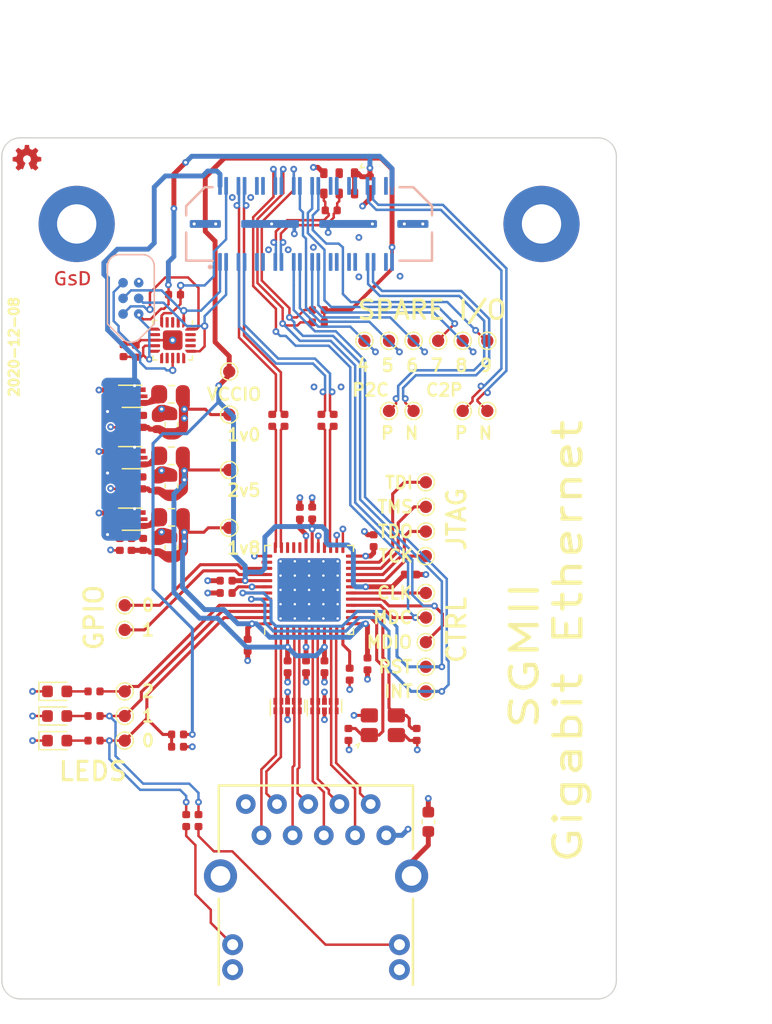
<source format=kicad_pcb>
(kicad_pcb (version 20221018) (generator pcbnew)
  (title_block (title "SYZYGY SGMII") (date "2020-12-08") (rev "r1.0") (company "GsD - @gregdavill"))
  (layers (0 "F.Cu" signal) (1 "In1.Cu" power) (2 "In2.Cu" signal) (31 "B.Cu" signal) (34 "B.Paste" user) (35 "F.Paste" user) (36 "B.SilkS" user "B.Silkscreen") (37 "F.SilkS" user "F.Silkscreen") (38 "B.Mask" user) (39 "F.Mask" user) (44 "Edge.Cuts" user))
  (net 0 "")
  (net 1 "GND")
  (net 2 "+3V3")
  (net 3 "/Peripheral MCU/MISO")
  (net 4 "/Peripheral MCU/~{RESET}")
  (net 5 "/SCL")
  (net 6 "/SDA")
  (net 7 "/RGA")
  (net 8 "/MDC")
  (net 9 "/VCCIO")
  (net 10 "/MDIO")
  (net 11 "/INT{slash}PWDN")
  (net 12 "/RESET_N")
  (net 13 "/S4")
  (net 14 "/S5")
  (net 15 "/S6")
  (net 16 "/S7")
  (net 17 "/S8")
  (net 18 "/S9")
  (net 19 "/P2C_CLK_P")
  (net 22 "/C2P_CLK_P")
  (net 23 "/P2C_CLK_N")
  (net 24 "/C2P_CLK_N")
  (net 25 "/CLK_OUT")
  (net 26 "/JTAG_CLK")
  (net 27 "/JTAG_TDI")
  (net 28 "/JTAG_TDO")
  (net 29 "/JTAG_TMS")
  (net 30 "/GPIO0")
  (net 31 "/GPIO1")
  (net 32 "/LED0")
  (net 33 "/LED1")
  (net 41 "/SGMII_SI_P")
  (net 42 "/REFCLK_P")
  (net 43 "/LED2")
  (net 44 "Net-(CON1-Pad14)")
  (net 45 "Net-(D1-Pad2)")
  (net 46 "Net-(C12-Pad2)")
  (net 47 "Net-(C13-Pad2)")
  (net 48 "Net-(C14-Pad2)")
  (net 49 "Net-(L1-Pad1)")
  (net 50 "Net-(L2-Pad1)")
  (net 51 "Net-(L3-Pad1)")
  (net 54 "Net-(CON1-Pad12)")
  (net 55 "/ETH_A_P")
  (net 68 "/ETH_A_N")
  (net 70 "/REFCLK_N")
  (net 71 "+5V")
  (net 72 "/ETH_B_P")
  (net 73 "/ETH_B_N")
  (net 74 "/ETH_C_P")
  (net 75 "/ETH_C_N")
  (net 76 "/ETH_D_P")
  (net 77 "/ETH_D_N")
  (net 78 "Net-(CON1-Pad1)")
  (net 79 "Net-(C3-Pad1)")
  (net 80 "Net-(C4-Pad1)")
  (net 81 "Net-(R1-Pad2)")
  (net 85 "Net-(D2-Pad2)")
  (net 86 "Net-(D3-Pad2)")
  (net 91 "+1V8")
  (net 92 "+1V0")
  (net 93 "+2V5")
  (net 98 "/_SGMII_SI_N")
  (net 99 "/SGMII_SI_N")
  (net 100 "/_SGMII_SO_P")
  (net 101 "/SGMII_SO_P")
  (net 102 "/_SGMII_SI_P")
  (net 103 "/_SGMII_SO_N")
  (net 104 "/SGMII_SO_N")
  (footprint "Package_DFN_QFN:QFN-20-1EP_3x3mm_P0.45mm_EP1.6x1.6mm" (layer "F.Cu") (at 118.9 97.65 -90)
    (fp_text reference "U2" hide)
    (fp_text value "ATtiny44A-MMH" hide)
  )
  (footprint "Resistor_SMD:R_0402_1005Metric" (layer "F.Cu") (at 119.05 93.95)
    (fp_text reference "R15" hide)
    (fp_text value "10K" hide)
  )
  (footprint "Capacitor_SMD:C_0402_1005Metric" (layer "F.Cu") (at 115.9 98.55 90)
    (fp_text reference "C9" hide)
    (fp_text value "0.1uF" hide)
  )
  (footprint "Capacitor_SMD:C_0402_1005Metric" (layer "F.Cu") (at 114.9 98.5 90)
    (fp_text reference "C10" hide)
    (fp_text value "1uF" hide)
  )
  (footprint "Resistor_SMD:R_0402_1005Metric" (layer "F.Cu") (at 120 136.7 -90)
    (fp_text reference "R10" hide)
    (fp_text value "1.5K" hide)
  )
  (footprint "Capacitor_SMD:C_0402_1005Metric" (layer "F.Cu") (at 113.6 112.2 90)
    (fp_text reference "C11" hide)
    (fp_text value "4.7uF" hide)
  )
  (footprint "Capacitor_SMD:C_0402_1005Metric" (layer "F.Cu") (at 133.2 129.7 -90)
    (fp_text reference "C3" hide)
    (fp_text value "10pF" hide)
  )
  (footprint "TestPoint:TestPoint_Pad_D1.0mm" (layer "F.Cu") (at 123.5 112.9 -90)
    (fp_text reference "TP29" hide)
    (fp_text value "TestPoint_Alt" hide)
  )
  (footprint "TestPoint:TestPoint_Pad_D1.0mm" (layer "F.Cu") (at 115 128.2)
    (fp_text reference "TP26" hide)
    (fp_text value "TestPoint_Alt" hide)
  )
  (footprint "Package_TO_SOT_SMD:SOT-666" (layer "F.Cu") (at 115.6 112.2)
    (fp_text reference "U5" hide)
    (fp_text value "TLV62569DRL" hide)
  )
  (footprint "gsd-footprints:JD1-0001NL" (layer "F.Cu") (at 124.85 144.25)
    (fp_text reference "CON1" hide)
    (fp_text value "JD1_0001NL" hide)
  )
  (footprint "TestPoint:TestPoint_Pad_D1.0mm" (layer "F.Cu") (at 115 126.2)
    (fp_text reference "TP27" hide)
    (fp_text value "TestPoint_Alt" hide)
  )
  (footprint "Resistor_SMD:R_0402_1005Metric" (layer "F.Cu") (at 119.3 130.7)
    (fp_text reference "R18" hide)
    (fp_text value "2.49k" hide)
  )
  (footprint "Package_SON:USON-10_2.5x1.0mm_P0.5mm" (layer "F.Cu") (at 131.25 127.4 90)
    (fp_text reference "U7" hide)
    (fp_text value "TPD4EUSB30" hide)
  )
  (footprint "Capacitor_SMD:C_0402_1005Metric" (layer "F.Cu") (at 123.25 118.2 180)
    (fp_text reference "C29" hide)
    (fp_text value "0.1uF" hide)
  )
  (footprint "Resistor_SMD:R_0402_1005Metric" (layer "F.Cu") (at 114.55 109.25 90)
    (fp_text reference "R5" hide)
    (fp_text value "15K" hide)
  )
  (footprint "Inductor_SMD:L_0805_2012Metric" (layer "F.Cu") (at 118.8 102.05)
    (fp_text reference "L1" hide)
    (fp_text value "2.2uH" hide)
  )
  (footprint "Crystal:Crystal_SMD_SeikoEpson_TSX3225-4Pin_3.2x2.5mm" (layer "F.Cu") (at 136 128.95)
    (fp_text reference "Y1" hide)
    (fp_text value "25MHz" hide)
  )
  (footprint "LED_SMD:LED_0603_1608Metric" (layer "F.Cu") (at 109.5 130.2)
    (fp_text reference "D1" hide)
    (fp_text value "LED_ALT" hide)
  )
  (footprint "TestPoint:TestPoint_Pad_D1.0mm" (layer "F.Cu") (at 123.5 103.7)
    (fp_text reference "TP18" hide)
    (fp_text value "TestPoint_Alt" hide)
  )
  (footprint "gkl_logos:oshw_small" (layer "F.Cu") (at 107.05 82.85)
    (fp_text reference "G***" hide)
    (fp_text value "LOGO" hide)
  )
  (footprint "Inductor_SMD:L_0805_2012Metric" (layer "F.Cu") (at 118.8 112.05)
    (fp_text reference "L3" hide)
    (fp_text value "2.2uH" hide)
  )
  (footprint "Capacitor_SMD:C_0402_1005Metric" (layer "F.Cu") (at 117.6 109.4 90)
    (fp_text reference "C19" hide)
    (fp_text value "1uF" hide)
  )
  (footprint "TestPoint:TestPoint_Pad_D1.0mm" (layer "F.Cu") (at 134.5 97.7)
    (fp_text reference "TP2" hide)
    (fp_text value "TestPoint_Alt" hide)
  )
  (footprint "Capacitor_SMD:C_0402_1005Metric" (layer "F.Cu") (at 123.25 117.2 180)
    (fp_text reference "C22" hide)
    (fp_text value "0.1uF" hide)
  )
  (footprint "MountingHole:MountingHole_3.2mm_M3" (layer "F.Cu") (at 110 98.2 180)
    (fp_text reference "H4" hide)
    (fp_text value "MountingHole" hide)
  )
  (footprint "TestPoint:TestPoint_Pad_D1.0mm" (layer "F.Cu") (at 136.5 103.4)
    (fp_text reference "TP19" hide)
    (fp_text value "TestPoint_Alt" hide)
  )
  (footprint "MountingHole:MountingHole_3.2mm_M3" (layer "F.Cu") (at 150 98.2)
    (fp_text reference "H2" hide)
    (fp_text value "MountingHole" hide)
  )
  (footprint "TestPoint:TestPoint_Pad_D1.0mm" (layer "F.Cu") (at 139.5 124.2)
    (fp_text reference "TP11" hide)
    (fp_text value "TestPoint_Alt" hide)
  )
  (footprint "TestPoint:TestPoint_Pad_D1.0mm" (layer "F.Cu") (at 139.5 115.2)
    (fp_text reference "TP14" hide)
    (fp_text value "TestPoint_Alt" hide)
  )
  (footprint "Resistor_SMD:R_0402_1005Metric" (layer "F.Cu") (at 112.5 130.2 180)
    (fp_text reference "R12" hide)
    (fp_text value "1.5K" hide)
  )
  (footprint "Capacitor_SMD:C_0603_1608Metric" (layer "F.Cu") (at 118.8 109.5 90)
    (fp_text reference "C16" hide)
    (fp_text value "10uF" hide)
  )
  (footprint "TestPoint:TestPoint_Pad_D1.0mm" (layer "F.Cu") (at 142.5 103.4)
    (fp_text reference "TP21" hide)
    (fp_text value "TestPoint_Alt" hide)
  )
  (footprint "TestPoint:TestPoint_Pad_D1.0mm" (layer "F.Cu") (at 139.5 120.2)
    (fp_text reference "TP9" hide)
    (fp_text value "TestPoint_Alt" hide)
  )
  (footprint "Resistor_SMD:R_0402_1005Metric" (layer "F.Cu") (at 112.5 126.2 180)
    (fp_text reference "R14" hide)
    (fp_text value "1.5K" hide)
  )
  (footprint "Resistor_SMD:R_0402_1005Metric" (layer "F.Cu") (at 130.75 95.2 180)
    (fp_text reference "R9" hide)
    (fp_text value "1.5K" hide)
  )
  (footprint "TestPoint:TestPoint_Pad_D1.0mm" (layer "F.Cu") (at 139.5 109.2)
    (fp_text reference "TP15" hide)
    (fp_text value "TestPoint_Alt" hide)
  )
  (footprint "TestPoint:TestPoint_Pad_D1.0mm" (layer "F.Cu") (at 142.5 97.7)
    (fp_text reference "TP4" hide)
    (fp_text value "TestPoint_Alt" hide)
  )
  (footprint "TestPoint:TestPoint_Pad_D1.0mm" (layer "F.Cu") (at 115 130.2)
    (fp_text reference "TP25" hide)
    (fp_text value "TestPoint_Alt" hide)
  )
  (footprint "Capacitor_SMD:C_0402_1005Metric" (layer "F.Cu") (at 131 104.165 -90)
    (fp_text reference "C1" hide)
    (fp_text value "0.1uF" hide)
  )
  (footprint "TestPoint:TestPoint_Pad_D1.0mm" (layer "F.Cu") (at 139.5 126.2)
    (fp_text reference "TP12" hide)
    (fp_text value "TestPoint_Alt" hide)
  )
  (footprint "MountingHole:MountingHole_3.2mm_M3" (layer "F.Cu") (at 110 146.2)
    (fp_text reference "H1" hide)
    (fp_text value "MountingHole" hide)
  )
  (footprint "Capacitor_SMD:C_0402_1005Metric" (layer "F.Cu") (at 134.75 123.965 -90)
    (fp_text reference "C27" hide)
    (fp_text value "0.1uF" hide)
  )
  (footprint "Resistor_SMD:R_0402_1005Metric" (layer "F.Cu") (at 133.3 124.8 90)
    (fp_text reference "R1" hide)
    (fp_text value "11K" hide)
  )
  (footprint "Capacitor_SMD:C_0402_1005Metric" (layer "F.Cu") (at 117.6 114.4 90)
    (fp_text reference "C20" hide)
    (fp_text value "1uF" hide)
  )
  (footprint "Resistor_SMD:R_0402_1005Metric" (layer "F.Cu") (at 115.5 109.25 -90)
    (fp_text reference "R4" hide)
    (fp_text value "47.5K" hide)
  )
  (footprint "gkl_logos:gsd_logo_small" (layer "F.Cu") (at 110.75 92.7)
    (fp_text reference "G***" hide)
    (fp_text value "LOGO" hide)
  )
  (footprint "Package_TO_SOT_SMD:SOT-666" (layer "F.Cu") (at 115.6 107.2)
    (fp_text reference "U4" hide)
    (fp_text value "TLV62569DRL" hide)
  )
  (footprint "Resistor_SMD:R_0402_1005Metric" (layer "F.Cu") (at 119.3 129.7)
    (fp_text reference "R17" hide)
    (fp_text value "10k" hide)
  )
  (footprint "TestPoint:TestPoint_Pad_D1.0mm" (layer "F.Cu") (at 144.5 97.7)
    (fp_text reference "TP8" hide)
    (fp_text value "TestPoint_Alt" hide)
  )
  (footprint "Package_DFN_QFN:QFN-48-1EP_7x7mm_P0.5mm_EP5.15x5.15mm_ThermalVias" (layer "F.Cu") (at 130 117.95 90)
    (fp_text reference "U1" hide)
    (fp_text value "DP83867C" hide)
  )
  (footprint "Resistor_SMD:R_0402_1005Metric" (layer "F.Cu") (at 112.5 128.2 180)
    (fp_text reference "R13" hide)
    (fp_text value "1.5K" hide)
  )
  (footprint "Resistor_SMD:R_0402_1005Metric" (layer "F.Cu") (at 114.599999 104.25 90)
    (fp_text reference "R3" hide)
    (fp_text value "15K" hide)
  )
  (footprint "Resistor_SMD:R_0402_1005Metric" (layer "F.Cu") (at 131.8 87.1 180)
    (fp_text reference "R16" hide)
    (fp_text value "100R" hide)
  )
  (footprint "Resistor_SMD:R_0402_1005Metric" (layer "F.Cu") (at 121 136.7 -90)
    (fp_text reference "R11" hide)
    (fp_text value "1.5K" hide)
  )
  (footprint "TestPoint:TestPoint_Pad_D1.0mm" (layer "F.Cu") (at 138.5 97.7)
    (fp_text reference "TP3" hide)
    (fp_text value "TestPoint_Alt" hide)
  )
  (footprint "Package_SON:USON-10_2.5x1.0mm_P0.5mm" (layer "F.Cu") (at 128.25 127.385 90)
    (fp_text reference "U6" hide)
    (fp_text value "TPD4EUSB30" hide)
  )
  (footprint "Capacitor_SMD:C_0402_1005Metric" (layer "F.Cu") (at 130.25 111.7 90)
    (fp_text reference "C23" hide)
    (fp_text value "0.1uF" hide)
  )
  (footprint "TestPoint:TestPoint_Pad_D1.0mm" (layer "F.Cu") (at 115 121.2)
    (fp_text reference "TP24" hide)
    (fp_text value "TestPoint_Alt" hide)
  )
  (footprint "Capacitor_SMD:C_0402_1005Metric" (layer "F.Cu") (at 128 104.165 -90)
    (fp_text reference "C2" hide)
    (fp_text value "0.1uF" hide)
  )
  (footprint "TestPoint:TestPoint_Pad_D1.0mm" (layer "F.Cu") (at 138.5 103.4)
    (fp_text reference "TP20" hide)
    (fp_text value "TestPoint_Alt" hide)
  )
  (footprint "Inductor_SMD:L_0603_1608Metric" (layer "F.Cu") (at 139.7 136.8 -90)
    (fp_text reference "FB1" hide)
    (fp_text value "100R" hide)
  )
  (footprint "TestPoint:TestPoint_Pad_D1.0mm" (layer "F.Cu") (at 136.5 97.7)
    (fp_text reference "TP6" hide)
    (fp_text value "TestPoint_Alt" hide)
  )
  (footprint "Capacitor_SMD:C_0402_1005Metric" (layer "F.Cu") (at 116.499999 104.25 90)
    (fp_text reference "C12" hide)
    (fp_text value "6.8pF" hide)
  )
  (footprint "TestPoint:TestPoint_Pad_D1.0mm" (layer "F.Cu") (at 139.5 118.2)
    (fp_text reference "TP13" hide)
    (fp_text value "TestPoint_Alt" hide)
  )
  (footprint "Resistor_SMD:R_0402_1005Metric" (layer "F.Cu") (at 115.55 104.25 -90)
    (fp_text reference "R2" hide)
    (fp_text value "10K" hide)
  )
  (footprint "Capacitor_SMD:C_0402_1005Metric" (layer "F.Cu") (at 113.6 107.2 90)
    (fp_text reference "C8" hide)
    (fp_text value "4.7uF" hide)
  )
  (footprint "Capacitor_SMD:C_0402_1005Metric" (layer "F.Cu") (at 129.75 124.2 -90)
    (fp_text reference "C30" hide)
    (fp_text value "0.1uF" hide)
  )
  (footprint "Capacitor_SMD:C_0603_1608Metric" (layer "F.Cu") (at 118.8 114.5 90)
    (fp_text reference "C17" hide)
    (fp_text value "10uF" hide)
  )
  (footprint "LED_SMD:LED_0603_1608Metric" (layer "F.Cu") (at 109.5 128.2)
    (fp_text reference "D2" hide)
    (fp_text value "LED_ALT" hide)
  )
  (footprint "Capacitor_SMD:C_0402_1005Metric" (layer "F.Cu") (at 138.25 116.7)
    (fp_text reference "C21" hide)
    (fp_text value "0.1uF" hide)
  )
  (footprint "LED_SMD:LED_0603_1608Metric" (layer "F.Cu") (at 109.5 126.2)
    (fp_text reference "D3" hide)
    (fp_text value "LED_ALT" hide)
  )
  (footprint "Capacitor_SMD:C_0402_1005Metric" (layer "F.Cu") (at 127 104.165 -90)
    (fp_text reference "C7" hide)
    (fp_text value "0.1uF" hide)
  )
  (footprint "Capacitor_SMD:C_0402_1005Metric" (layer "F.Cu") (at 132 104.165 -90)
    (fp_text reference "C6" hide)
    (fp_text value "0.1uF" hide)
  )
  (footprint "Package_TO_SOT_SMD:SOT-666" (layer "F.Cu") (at 115.599999 102.2125)
    (fp_text reference "U3" hide)
    (fp_text value "TLV62569DRL" hide)
  )
  (footprint "Resistor_SMD:R_0402_1005Metric" (layer "F.Cu") (at 115.55 114.25 -90)
    (fp_text reference "R6" hide)
    (fp_text value "20K" hide)
  )
  (footprint "Capacitor_SMD:C_0402_1005Metric" (layer "F.Cu") (at 134.95 84.85 -90)
    (fp_text reference "C32" hide)
    (fp_text value "0.1uF" hide)
  )
  (footprint "TestPoint:TestPoint_Pad_D1.0mm" (layer "F.Cu") (at 139.5 111.2)
    (fp_text reference "TP17" hide)
    (fp_text value "TestPoint_Alt" hide)
  )
  (footprint "Oscillator:Oscillator_SMD_Silicon_Labs_LGA-6_2.5x3.2mm_P1.25mm" (layer "F.Cu") (at 132.45 84.9 -90)
    (fp_text reference "X1" hide)
    (fp_text value "SG3225VAN" hide)
  )
  (footprint "Capacitor_SMD:C_0402_1005Metric" (layer "F.Cu") (at 125 122.45 -90)
    (fp_text reference "C26" hide)
    (fp_text value "0.1uF" hide)
  )
  (footprint "TestPoint:TestPoint_Pad_D1.0mm" (layer "F.Cu") (at 123.5 108.2 -90)
    (fp_text reference "TP28" hide)
    (fp_text value "TestPoint_Alt" hide)
  )
  (footprint "Capacitor_SMD:C_0603_1608Metric" (layer "F.Cu") (at 118.799999 104.5 90)
    (fp_text reference "C15" hide)
    (fp_text value "10uF" hide)
  )
  (footprint "Capacitor_SMD:C_0402_1005Metric" (layer "F.Cu") (at 113.599999 102.2 90)
    (fp_text reference "C5" hide)
    (fp_text value "4.7uF" hide)
  )
  (footprint "Resistor_SMD:R_0402_1005Metric" (layer "F.Cu") (at 114.6 114.25 90)
    (fp_text reference "R7" hide)
    (fp_text value "10K" hide)
  )
  (footprint "TestPoint:TestPoint_Pad_D1.0mm" (layer "F.Cu") (at 140.5 97.7)
    (fp_text reference "TP7" hide)
    (fp_text value "TestPoint_Alt" hide)
  )
  (footprint "MountingHole:MountingHole_3.2mm_M3" (layer "F.Cu") (at 150 146.2)
    (fp_text reference "H3" hide)
    (fp_text value "MountingHole" hide)
  )
  (footprint "Capacitor_SMD:C_0402_1005Metric" (layer "F.Cu") (at 128.25 124.2 -90)
    (fp_text reference "C25" hide)
    (fp_text value "0.1uF" hide)
  )
  (footprint "Resistor_SMD:R_0402_1005Metric" (layer "F.Cu") (at 130.75 96.2 180)
    (fp_text reference "R8" hide)
    (fp_text value "1.5K" hide)
  )
  (footprint "TestPoint:TestPoint_Pad_D1.0mm" (layer "F.Cu") (at 139.5 113.2)
    (fp_text reference "TP16" hide)
    (fp_text value "TestPoint_Alt" hide)
  )
  (footprint "Capacitor_SMD:C_0402_1005Metric" (layer "F.Cu") (at 117.599998 104.4 90)
    (fp_text reference "C18" hide)
    (fp_text value "1uF" hide)
  )
  (footprint "Capacitor_SMD:C_0402_1005Metric" (layer "F.Cu") (at 131.25 124.2 -90)
    (fp_text reference "C24" hide)
    (fp_text value "0.1uF" hide)
  )
  (footprint "Capacitor_SMD:C_0402_1005Metric" (layer "F.Cu") (at 129.25 111.715 90)
    (fp_text reference "C28" hide)
    (fp_text value "0.1uF" hide)
  )
  (footprint "Inductor_SMD:L_0805_2012Metric" (layer "F.Cu") (at 118.8 107.05)
    (fp_text reference "L2" hide)
    (fp_text value "2.2uH" hide)
  )
  (footprint "TestPoint:TestPoint_Pad_D1.0mm" (layer "F.Cu") (at 144.5 103.4)
    (fp_text reference "TP22" hide)
    (fp_text value "TestPoint_Alt" hide)
  )
  (footprint "Capacitor_SMD:C_0402_1005Metric" (layer "F.Cu") (at 138.75 129.7 -90)
    (fp_text reference "C4" hide)
    (fp_text value "10pF" hide)
  )
  (footprint "Capacitor_SMD:C_0402_1005Metric" (layer "F.Cu") (at 135.25 113.95 90)
    (fp_text reference "C31" hide)
    (fp_text value "0.1uF" hide)
  )
  (footprint "TestPoint:TestPoint_Pad_D1.0mm" (layer "F.Cu") (at 139.5 122.2)
    (fp_text reference "TP10" hide)
    (fp_text value "TestPoint_Alt" hide)
  )
  (footprint "Capacitor_SMD:C_0402_1005Metric" (layer "F.Cu") (at 116.5 114.25 90)
    (fp_text reference "C14" hide)
    (fp_text value "6.8pF" hide)
  )
  (footprint "Capacitor_SMD:C_0402_1005Metric" (layer "F.Cu") (at 116.45 109.25 90)
    (fp_text reference "C13" hide)
    (fp_text value "6.8pF" hide)
  )
  (footprint "TestPoint:TestPoint_Pad_D1.0mm" (layer "F.Cu") (at 123.5 100.2)
    (fp_text reference "TP1" hide)
    (fp_text value "TestPoint_Alt" hide)
  )
  (footprint "TestPoint:TestPoint_Pad_D1.0mm" (layer "F.Cu") (at 115 119.2)
    (fp_text reference "TP23" hide)
    (fp_text value "TestPoint_Alt" hide)
  )
  (footprint "pkl_tag_connect:TC2030-NL_SMALL" (layer "B.Cu") (at 115.5 94.25 90)
    (fp_text reference "J3" hide)
    (fp_text value "TagConnect" hide)
  )
  (footprint "gsd-footprints:SYZYGY-TXR-POD" (layer "B.Cu") (at 130 88.2 180)
    (fp_text reference "J1" hide)
    (fp_text value "SYZYGY-TXR-4" hide)
  )
  (gr_line (start 106.5 81.2) (end 153.5 81.2) (stroke (width 0.1)) (layer "Edge.Cuts"))
  (gr_line (start 105 149.7) (end 105 82.7) (stroke (width 0.1)) (layer "Edge.Cuts"))
  (gr_arc (start 105 82.7) (mid 105.43934 81.63934) (end 106.5 81.2) (stroke (width 0.1)) (layer "Edge.Cuts"))
  (gr_arc (start 153.5 81.2) (mid 154.56066 81.63934) (end 155 82.7) (stroke (width 0.1)) (layer "Edge.Cuts"))
  (gr_line (start 155 82.7) (end 155 149.7) (stroke (width 0.1)) (layer "Edge.Cuts"))
  (gr_arc (start 155 149.700001) (mid 154.560659 150.760661) (end 153.499999 151.2) (stroke (width 0.1)) (layer "Edge.Cuts"))
  (gr_line (start 153.499999 151.2) (end 106.500001 151.2) (stroke (width 0.1)) (layer "Edge.Cuts"))
  (gr_arc (start 106.5 151.2) (mid 105.43934 150.76066) (end 105 149.7) (stroke (width 0.1)) (layer "Edge.Cuts"))
  (gr_text "MDIO" (at 138.5 122.2) (layer "F.SilkS") (effects (font (size 1 1) (thickness 0.2)) (justify right)))
  (gr_text "P2C" (at 135 101.7) (layer "F.SilkS") (effects (font (size 1 1) (thickness 0.2))))
  (gr_text "N" (at 139 105.2) (layer "F.SilkS") (effects (font (size 1 1) (thickness 0.2)) (justify right)))
  (gr_text "1v0" (at 124.692857 105.35) (layer "F.SilkS") (effects (font (size 1 1) (thickness 0.2))))
  (gr_text "INT" (at 138.55 126.2) (layer "F.SilkS") (effects (font (size 1 1) (thickness 0.2)) (justify right)))
  (gr_text "RST" (at 138.5 124.2) (layer "F.SilkS") (effects (font (size 1 1) (thickness 0.2)) (justify right)))
  (gr_text "5" (at 137 99.7) (layer "F.SilkS") (effects (font (size 1 1) (thickness 0.2)) (justify right)))
  (gr_text "TCK" (at 135.547619 115.2) (layer "F.SilkS") (effects (font (size 1 1) (thickness 0.2)) (justify left)))
  (gr_text "CTRL" (at 142 121.2 90) (layer "F.SilkS") (effects (font (size 1.5 1.5) (thickness 0.25))))
  (gr_text "2" (at 117.5 126.2) (layer "F.SilkS") (effects (font (size 1 1) (thickness 0.2)) (justify right)))
  (gr_text "0" (at 117.5 130.2) (layer "F.SilkS") (effects (font (size 1 1) (thickness 0.2)) (justify right)))
  (gr_text "1\n" (at 117.5 121.2) (layer "F.SilkS") (effects (font (size 1 1) (thickness 0.2)) (justify right)))
  (gr_text "8" (at 143 99.7) (layer "F.SilkS") (effects (font (size 1 1) (thickness 0.2)) (justify right)))
  (gr_text "TDI\n" (at 136.071429 109.235) (layer "F.SilkS") (effects (font (size 1 1) (thickness 0.2)) (justify left)))
  (gr_text "0" (at 117.5 119.2) (layer "F.SilkS") (effects (font (size 1 1) (thickness 0.2)) (justify right)))
  (gr_text "1" (at 117.5 128.2) (layer "F.SilkS") (effects (font (size 1 1) (thickness 0.2)) (justify right)))
  (gr_text "1v8" (at 124.692857 114.55) (layer "F.SilkS") (effects (font (size 1 1) (thickness 0.2))))
  (gr_text "7" (at 141 99.7) (layer "F.SilkS") (effects (font (size 1 1) (thickness 0.2)) (justify right)))
  (gr_text "N" (at 145 105.2) (layer "F.SilkS") (effects (font (size 1 1) (thickness 0.2)) (justify right)))
  (gr_text "TDO" (at 135.5 113.2) (layer "F.SilkS") (effects (font (size 1 1) (thickness 0.2)) (justify left)))
  (gr_text "TMS" (at 135.452381 111.2) (layer "F.SilkS") (effects (font (size 1 1) (thickness 0.2)) (justify left)))
  (gr_text "SPARE I/O" (at 140 95.2) (layer "F.SilkS") (effects (font (size 1.5 1.5) (thickness 0.25))))
  (gr_text "VCCIO" (at 123.9 102.05) (layer "F.SilkS") (effects (font (size 1 1) (thickness 0.2))))
  (gr_text "LEDS" (at 112.4 132.7) (layer "F.SilkS") (effects (font (size 1.5 1.5) (thickness 0.25))))
  (gr_text "C2P" (at 141 101.7) (layer "F.SilkS") (effects (font (size 1 1) (thickness 0.2))))
  (gr_text "6" (at 139 99.7) (layer "F.SilkS") (effects (font (size 1 1) (thickness 0.2)) (justify right)))
  (gr_text "CLK" (at 138.5 118.2) (layer "F.SilkS") (effects (font (size 1 1) (thickness 0.2)) (justify right)))
  (gr_text "9" (at 145 99.7) (layer "F.SilkS") (effects (font (size 1 1) (thickness 0.2)) (justify right)))
  (gr_text "2v5" (at 124.692857 109.85) (layer "F.SilkS") (effects (font (size 1 1) (thickness 0.2))))
  (gr_text "4" (at 135 99.7) (layer "F.SilkS") (effects (font (size 1 1) (thickness 0.2)) (justify right)))
  (gr_text "2020-12-08" (at 106 98.2 90) (layer "F.SilkS") (effects (font (size 0.8 0.8) (thickness 0.2))))
  (gr_text "JTAG" (at 142 112.2 90) (layer "F.SilkS") (effects (font (size 1.5 1.5) (thickness 0.25))))
  (gr_text "GPIO" (at 112.5 120.2 90) (layer "F.SilkS") (effects (font (size 1.5 1.5) (thickness 0.25))))
  (gr_text "SGMII \nGigabit Ethernet" (at 149.3 122.15 90) (layer "F.SilkS") (effects (font (size 2.2 2.959) (thickness 0.35))))
  (gr_text "P" (at 137 105.2) (layer "F.SilkS") (effects (font (size 1 1) (thickness 0.2)) (justify right)))
  (gr_text "P" (at 143 105.2) (layer "F.SilkS") (effects (font (size 1 1) (thickness 0.2)) (justify right)))
  (gr_text "MDC" (at 138.5 120.2) (layer "F.SilkS") (effects (font (size 1 1) (thickness 0.2)) (justify right)))
  (segment (start 113.599999 101.715) (end 113.584999 101.7) (width 0.4) (layer "F.Cu") (net 1))
  (segment (start 114.097499 107.2125) (end 113.599999 106.715) (width 0.3) (layer "F.Cu") (net 1))
  (segment (start 113.885 114.735) (end 113.85 114.7) (width 0.2) (layer "F.Cu") (net 1))
  (segment (start 117.599998 108.915) (end 117.599998 108.650002) (width 0.4) (layer "F.Cu") (net 1))
  (segment (start 113.885 109.735) (end 113.85 109.7) (width 0.2) (layer "F.Cu") (net 1))
  (segment (start 117.599998 103.650002) (end 118 103.25) (width 0.4) (layer "F.Cu") (net 1))
  (segment (start 137.1 129.75) (end 137.75 129.75) (width 0.25) (layer "F.Cu") (net 1))
  (segment (start 114.674999 112.2125) (end 114.097499 112.2125) (width 0.3) (layer "F.Cu") (net 1))
  (segment (start 117.599998 113.650002) (end 118 113.25) (width 0.4) (layer "F.Cu") (net 1))
  (segment (start 132.25 114.5125) (end 132.25 113.5) (width 0.2) (layer "F.Cu") (net 1))
  (segment (start 108.7125 126.2) (end 107.5 126.2) (width 0.2) (layer "F.Cu") (net 1))
  (segment (start 128.25 124.685) (end 128.25 125.45) (width 0.4) (layer "F.Cu") (net 1))
  (segment (start 113.584999 106.7) (end 112.9 106.7) (width 0.4) (layer "F.Cu") (net 1))
  (segment (start 133.2 130.185) (end 133.25 130.235) (width 0.2) (layer "F.Cu") (net 1))
  (segment (start 138.75 130.185) (end 138.8 130.235) (width 0.2) (layer "F.Cu") (net 1))
  (segment (start 126.5625 115.2) (end 125.55 115.2) (width 0.2) (layer "F.Cu") (net 1))
  (segment (start 117.45 97.65) (end 116.315 97.65) (width 0.2) (layer "F.Cu") (net 1))
  (segment (start 125 122.935) (end 125 123.7) (width 0.4) (layer "F.Cu") (net 1))
  (segment (start 134.765 113.465) (end 134.5 113.2) (width 0.4) (layer "F.Cu") (net 1))
  (segment (start 130.25 111.215) (end 130.25 110.45) (width 0.4) (layer "F.Cu") (net 1))
  (segment (start 138.185 130.185) (end 138.75 130.185) (width 0.25) (layer "F.Cu") (net 1))
  (segment (start 117.599998 108.650002) (end 118 108.25) (width 0.4) (layer "F.Cu") (net 1))
  (segment (start 114.599999 109.735) (end 113.885 109.735) (width 0.2) (layer "F.Cu") (net 1))
  (segment (start 122.765 118.2) (end 121.75 118.2) (width 0.4) (layer "F.Cu") (net 1))
  (segment (start 115.9 98.065) (end 115.4 98) (width 0.2) (layer "F.Cu") (net 1))
  (segment (start 131.25 124.685) (end 131.25 125.45) (width 0.4) (layer "F.Cu") (net 1))
  (segment (start 113.599999 106.715) (end 113.584999 106.7) (width 0.4) (layer "F.Cu") (net 1))
  (segment (start 113.584999 111.7) (end 112.9 111.7) (width 0.4) (layer "F.Cu") (net 1))
  (segment (start 113.885 104.735) (end 113.85 104.7) (width 0.2) (layer "F.Cu") (net 1))
  (segment (start 128.25 127.77) (end 128.25 128.5) (width 0.3) (layer "F.Cu") (net 1))
  (segment (start 130.75 114.5125) (end 130.75 113.55) (width 0.2) (layer "F.Cu") (net 1))
  (segment (start 108.7125 128.2) (end 107.5 128.2) (width 0.2) (layer "F.Cu") (net 1))
  (segment (start 114.097499 102.2125) (end 113.599999 101.715) (width 0.3) (layer "F.Cu") (net 1))
  (segment (start 137.75 129.75) (end 138.185 130.185) (width 0.25) (layer "F.Cu") (net 1))
  (segment (start 114.674999 102.2125) (end 114.097499 102.2125) (width 0.3) (layer "F.Cu") (net 1))
  (segment (start 118.799999 108.7125) (end 118.4625 108.7125) (width 0.4) (layer "F.Cu") (net 1))
  (segment (start 134.75 124.45) (end 134.75 125.215) (width 0.4) (layer "F.Cu") (net 1))
  (segment (start 113.584999 101.7) (end 112.9 101.7) (width 0.4) (layer "F.Cu") (net 1))
  (segment (start 134.95 85.335) (end 134.95 86.15) (width 0.4) (layer "F.Cu") (net 1))
  (segment (start 108.7125 130.2) (end 107.5 130.2) (width 0.2) (layer "F.Cu") (net 1))
  (segment (start 118.799999 113.7125) (end 118.4625 113.7125) (width 0.4) (layer "F.Cu") (net 1))
  (segment (start 115.4 98) (end 114.9 98.015) (width 0.2) (layer "F.Cu") (net 1))
  (segment (start 133.25 130.235) (end 133.25 130.95) (width 0.2) (layer "F.Cu") (net 1))
  (segment (start 130.35 83.6) (end 130.725 83.6) (width 0.4) (layer "F.Cu") (net 1))
  (segment (start 117.599998 103.915) (end 117.599998 103.650002) (width 0.4) (layer "F.Cu") (net 1))
  (segment (start 122.765 117.2) (end 121.75 117.2) (width 0.4) (layer "F.Cu") (net 1))
  (segment (start 114.674999 107.2125) (end 114.097499 107.2125) (width 0.3) (layer "F.Cu") (net 1))
  (segment (start 114.599999 104.735) (end 113.885 104.735) (width 0.2) (layer "F.Cu") (net 1))
  (segment (start 134.9 128.15) (end 133.65 128.15) (width 0.25) (layer "F.Cu") (net 1))
  (segment (start 117.599998 113.915) (end 117.599998 113.650002) (width 0.4) (layer "F.Cu") (net 1))
  (segment (start 138.735 116.7) (end 139.5 116.7) (width 0.4) (layer "F.Cu") (net 1))
  (segment (start 116.315 97.65) (end 115.9 98.065) (width 0.2) (layer "F.Cu") (net 1))
  (segment (start 128.25 127) (end 128.25 126.25) (width 0.3) (layer "F.Cu") (net 1))
  (segment (start 114.599999 114.735) (end 113.885 114.735) (width 0.2) (layer "F.Cu") (net 1))
  (segment (start 118.799999 103.7125) (end 118.4625 103.7125) (width 0.4) (layer "F.Cu") (net 1))
  (segment (start 119.785 130.7) (end 120.5 130.7) (width 0.25) (layer "F.Cu") (net 1))
  (segment (start 113.599999 111.715) (end 113.584999 111.7) (width 0.4) (layer "F.Cu") (net 1))
  (segment (start 129.75 124.685) (end 129.75 125.45) (width 0.4) (layer "F.Cu") (net 1))
  (segment (start 132.75 114.5125) (end 132.75 113) (width 0.2) (layer "F.Cu") (net 1))
  (segment (start 131.25 127) (end 131.25 126.25) (width 0.3) (layer "F.Cu") (net 1))
  (segment (start 118.4625 103.7125) (end 118 103.25) (width 0.4) (layer "F.Cu") (net 1))
  (segment (start 130.725 83.6) (end 131.2 84.075) (width 0.4) (layer "F.Cu") (net 1))
  (segment (start 139.7 136.0125) (end 139.7 134.9) (width 0.4) (layer "F.Cu") (net 1))
  (segment (start 134.95 86.15) (end 134.35 86.75) (width 0.4) (layer "F.Cu") (net 1))
  (segment (start 129.25 111.23) (end 129.25 110.45) (width 0.4) (layer "F.Cu") (net 1))
  (segment (start 131.25 127.77) (end 131.25 128.5) (width 0.3) (layer "F.Cu") (net 1))
  (segment (start 138.8 130.235) (end 138.8 130.95) (width 0.2) (layer "F.Cu") (net 1))
  (segment (start 135.25 113.465) (end 134.765 113.465) (width 0.4) (layer "F.Cu") (net 1))
  (segment (start 134.9 128.15) (end 134.4 128.15) (width 0.25) (layer "F.Cu") (net 1))
  (segment (start 118.4625 108.7125) (end 118 108.25) (width 0.4) (layer "F.Cu") (net 1))
  (segment (start 114.097499 112.2125) (end 113.599999 111.715) (width 0.3) (layer "F.Cu") (net 1))
  (segment (start 118.4625 113.7125) (end 118 113.25) (width 0.4) (layer "F.Cu") (net 1))
  (segment (start 133.3 125.285) (end 133.3 126.05) (width 0.2) (layer "F.Cu") (net 1))
  (segment (start 118.9 97.65) (end 117.45 97.65) (width 0.2) (layer "F.Cu") (net 1))
  (via (at 128.25 125.45) (size 0.55) (drill 0.25) (layers "F.Cu" "B.Cu") (net 1))
  (via (at 118.9 97.65) (size 0.6) (drill 0.3) (layers "F.Cu" "B.Cu") (net 1))
  (via (at 131.25 126.25) (size 0.55) (drill 0.25) (layers "F.Cu" "B.Cu") (net 1))
  (via (at 112.9 111.7) (size 0.55) (drill 0.25) (layers "F.Cu" "B.Cu") (net 1))
  (via (at 138.8 130.95) (size 0.55) (drill 0.25) (layers "F.Cu" "B.Cu") (net 1))
  (via (at 112.9 106.7) (size 0.55) (drill 0.25) (layers "F.Cu" "B.Cu") (net 1))
  (via (at 112.9 101.7) (size 0.55) (drill 0.25) (layers "F.Cu" "B.Cu") (net 1))
  (via (at 113.85 104.7) (size 0.55) (drill 0.25) (layers "F.Cu" "B.Cu") (net 1))
  (via (at 107.5 128.2) (size 0.55) (drill 0.25) (layers "F.Cu" "B.Cu") (net 1))
  (via (at 116.15 92.85) (size 0.55) (drill 0.25) (layers "F.Cu" "B.Cu") (net 1))
  (via (at 132.6 101.45) (size 0.55) (drill 0.25) (layers "F.Cu" "B.Cu") (net 1))
  (via (at 139.5 116.7) (size 0.55) (drill 0.25) (layers "F.Cu" "B.Cu") (net 1))
  (via (at 139.7 134.9) (size 0.55) (drill 0.25) (layers "F.Cu" "B.Cu") (net 1))
  (via (at 128.3 90.3) (size 0.55) (drill 0.25) (layers "F.Cu" "B.Cu") (net 1))
  (via (at 129.75 125.45) (size 0.55) (drill 0.25) (layers "F.Cu" "B.Cu") (net 1))
  (via (at 121.75 118.2) (size 0.55) (drill 0.25) (layers "F.Cu" "B.Cu") (net 1))
  (via (at 135.15 88.2) (size 0.55) (drill 0.25) (layers "F.Cu" "B.Cu") (net 1))
  (via (at 130.25 110.45) (size 0.55) (drill 0.25) (layers "F.Cu" "B.Cu") (net 1))
  (via (at 134.05 89.3) (size 0.55) (drill 0.25) (layers "F.Cu" "B.Cu") (net 1))
  (via (at 131.25 128.5) (size 0.55) (drill 0.25) (layers "F.Cu" "B.Cu") (net 1))
  (via (at 128.25 126.25) (size 0.55) (drill 0.25) (layers "F.Cu" "B.Cu") (net 1))
  (via (at 126.7 90.3) (size 0.55) (drill 0.25) (layers "F.Cu" "B.Cu") (net 1))
  (via (at 132.75 113) (size 0.55) (drill 0.25) (layers "F.Cu" "B.Cu") (net 1))
  (via (at 122.4 88.2) (size 0.55) (drill 0.25) (layers "F.Cu" "B.Cu") (net 1))
  (via (at 130.35 90.1) (size 0.55) (drill 0.25) (layers "F.Cu" "B.Cu") (net 1))
  (via (at 113.85 114.7) (size 0.55) (drill 0.25) (layers "F.Cu" "B.Cu") (net 1))
  (via (at 118 113.25) (size 0.55) (drill 0.25) (layers "F.Cu" "B.Cu") (net 1))
  (via (at 125 123.7) (size 0.55) (drill 0.25) (layers "F.Cu" "B.Cu") (net 1))
  (via (at 120.65 88.2) (size 0.55) (drill 0.25) (layers "F.Cu" "B.Cu") (net 1))
  (via (at 134.05 92.5) (size 0.55) (drill 0.25) (layers "F.Cu" "B.Cu") (net 1))
  (via (at 128.25 128.5) (size 0.55) (drill 0.25) (layers "F.Cu" "B.Cu") (net 1))
  (via (at 131.55 88.9) (size 0.55) (drill 0.25) (layers "F.Cu" "B.Cu") (net 1))
  (via (at 123.75 86.05) (size 0.55) (drill 0.25) (layers "F.Cu" "B.Cu") (net 1))
  (via (at 131.25 125.45) (size 0.55) (drill 0.25) (layers "F.Cu" "B.Cu") (net 1))
  (via (at 134.75 125.215) (size 0.55) (drill 0.25) (layers "F.Cu" "B.Cu") (net 1))
  (via (at 118 108.25) (size 0.55) (drill 0.25) (layers "F.Cu" "B.Cu") (net 1))
  (via (at 130.75 113.55) (size 0.55) (drill 0.25) (layers "F.Cu" "B.Cu") (net 1))
  (via (at 128.8 89) (size 0.55) (drill 0.25) (layers "F.Cu" "B.Cu") (net 1))
  (via (at 137.4 92.45) (size 0.55) (drill 0.25) (layers "F.Cu" "B.Cu") (net 1))
  (via (at 137.75 88.2) (size 0.55) (drill 0.25) (layers "F.Cu" "B.Cu") (net 1))
  (via (at 132.25 113.5) (size 0.55) (drill 0.25) (layers "F.Cu" "B.Cu") (net 1))
  (via (at 107.5 130.2) (size 0.55) (drill 0.25) (layers "F.Cu" "B.Cu") (net 1))
  (via (at 139.25 88.2) (size 0.55) (drill 0.25) (layers "F.Cu" "B.Cu") (net 1))
  (via (at 134.35 86.75) (size 0.55) (drill 0.25) (layers "F.Cu" "B.Cu") (net 1))
  (via (at 125.25 86.05) (size 0.55) (drill 0.25) (layers "F.Cu" "B.Cu") (net 1))
  (via (at 133.25 130.95) (size 0.55) (drill 0.25) (layers "F.Cu" "B.Cu") (net 1))
  (via (at 107.5 126.2) (size 0.55) (drill 0.25) (layers "F.Cu" "B.Cu") (net 1))
  (via (at 113.85 109.7) (size 0.55) (drill 0.25) (layers "F.Cu" "B.Cu") (net 1))
  (via (at 130.4 101.45) (size 0.55) (drill 0.25) (layers "F.Cu" "B.Cu") (net 1))
  (via (at 133.65 128.15) (size 0.55) (drill 0.25) (layers "F.Cu" "B.Cu") (net 1))
  (via (at 118 103.25) (size 0.55) (drill 0.25) (layers "F.Cu" "B.Cu") (net 1))
  (via (at 126.95 88.2) (size 0.55) (drill 0.25) (layers "F.Cu" "B.Cu") (net 1))
  (via (at 125.55 115.2) (size 0.55) (drill 0.25) (layers "F.Cu" "B.Cu") (net 1))
  (via (at 121.75 117.2) (size 0.55) (drill 0.25) (layers "F.Cu" "B.Cu") (net 1))
  (via (at 130.35 83.6) (size 0.55) (drill 0.25) (layers "F.Cu" "B.Cu") (net 1))
  (via (at 133.3 126.05) (size 0.55) (drill 0.25) (layers "F.Cu" "B.Cu") (net 1))
  (via (at 134.5 113.2) (size 0.55) (drill 0.25) (layers "F.Cu" "B.Cu") (net 1))
  (via (at 138.05 137.4) (size 0.55) (drill 0.25) (layers "F.Cu" "B.Cu") (net 1))
  (via (at 120.5 130.7) (size 0.55) (drill 0.25) (layers "F.Cu" "B.Cu") (net 1))
  (via (at 129.25 110.45) (size 0.55) (drill 0.25) (layers "F.Cu" "B.Cu") (net 1))
  (segment (start 131.55 88.9) (end 131.55 88.3) (width 0.3) (layer "B.Cu") (net 1))
  (segment (start 136.28 137.9) (end 137.55 137.9) (width 0.4) (layer "B.Cu") (net 1))
  (segment (start 128.8 89) (end 128.8 88.35) (width 0.3) (layer "B.Cu") (net 1))
  (segment (start 128.8 88.35) (end 128.65 88.2) (width 0.3) (layer "B.Cu") (net 1))
  (segment (start 137.55 137.9) (end 138.05 137.4) (width 0.4) (layer "B.Cu") (net 1))
  (segment (start 128.65 88.2) (end 126.825 88.2) (width 0.3) (layer "B.Cu") (net 1))
  (segment (start 134.95 84.365) (end 134.95 83.65) (width 0.4) (layer "F.Cu") (net 2))
  (segment (start 116.3 99.05) (end 115.9 99.035) (width 0.2) (layer "F.Cu") (net 2))
  (segment (start 117.45 98.1) (end 116.65 98.1) (width 0.2) (layer "F.Cu") (net 2))
  (segment (start 116.15 95.6) (end 116.5 95.95) (width 0.2) (layer "F.Cu") (net 2))
  (segment (start 116.5 95.95) (end 117.1 95.95) (width 0.2) (layer "F.Cu") (net 2))
  (segment (start 117.95 95.1) (end 118.2 95.1) (width 0.2) (layer "F.Cu") (net 2))
  (segment (start 118.565 93.165) (end 118.55 93.15) (width 0.2) (layer "F.Cu") (net 2))
  (segment (start 116.85 99.2) (end 117 99.2) (width 0.2) (layer "F.Cu") (net 2))
  (segment (start 116.65 98.1) (end 116.5 98.25) (width 0.2) (layer "F.Cu") (net 2))
  (segment (start 116.5 98.85) (end 116.3 99.05) (width 0.2) (layer "F.Cu") (net 2))
  (segment (start 115.4 99) (end 114.9 98.985) (width 0.2) (layer "F.Cu") (net 2))
  (segment (start 116.5 98.85) (end 116.85 99.2) (width 0.2) (layer "F.Cu") (net 2))
  (segment (start 119 84.15) (end 119.95 83.2) (width 0.4) (layer "F.Cu") (net 2))
  (segment (start 119 86.95) (end 119 84.15) (width 0.4) (layer "F.Cu") (net 2))
  (segment (start 134.95 84.365) (end 134.265 84.365) (width 0.4) (layer "F.Cu") (net 2))
  (segment (start 133.975 84.075) (end 133.7 84.075) (width 0.4) (layer "F.Cu") (net 2))
  (segment (start 117.1 95.95) (end 117.95 95.1) (width 0.2) (layer "F.Cu") (net 2))
  (segment (start 118.565 93.95) (end 118.565 93.165) (width 0.2) (layer "F.Cu") (net 2))
  (segment (start 115.9 99.035) (end 115.4 99) (width 0.2) (layer "F.Cu") (net 2))
  (segment (start 118.565 94.735) (end 118.565 93.95) (width 0.2) (layer "F.Cu") (net 2))
  (segment (start 118.2 95.1) (end 118.565 94.735) (width 0.2) (layer "F.Cu") (net 2))
  (segment (start 134.265 84.365) (end 133.975 84.075) (width 0.4) (layer "F.Cu") (net 2))
  (segment (start 116.5 98.25) (end 116.5 98.85) (width 0.2) (layer "F.Cu") (net 2))
  (segment (start 133.7 85.725) (end 133.7 84.075) (width 0.4) (layer "F.Cu") (net 2))
  (via (at 119.95 83.2) (size 0.55) (drill 0.25) (layers "F.Cu" "B.Cu") (net 2))
  (via (at 117 99.2) (size 0.55) (drill 0.25) (layers "F.Cu" "B.Cu") (net 2))
  (via (at 118.55 93.15) (size 0.55) (drill 0.25) (layers "F.Cu" "B.Cu") (net 2))
  (via (at 119 86.95) (size 0.55) (drill 0.25) (layers "F.Cu" "B.Cu") (net 2))
  (via (at 116.15 95.6) (size 0.55) (drill 0.25) (layers "F.Cu" "B.Cu") (net 2))
  (via (at 134.95 83.65) (size 0.55) (drill 0.25) (layers "F.Cu" "B.Cu") (net 2))
  (segment (start 117 96.7) (end 117 99.2) (width 0.2) (layer "B.Cu") (net 2))
  (segment (start 116.135 95.835) (end 117 96.7) (width 0.2) (layer "B.Cu") (net 2))
  (segment (start 118.55 91.3) (end 118.55 93.15) (width 0.4) (layer "B.Cu") (net 2))
  (segment (start 136.75 83.7) (end 135.75 82.7) (width 0.4) (layer "B.Cu") (net 2))
  (segment (start 120.45 82.7) (end 119.95 83.2) (width 0.4) (layer "B.Cu") (net 2))
  (segment (start 119 86.95) (end 119 90.85) (width 0.4) (layer "B.Cu") (net 2))
  (segment (start 135.75 82.7) (end 134.9 82.7) (width 0.4) (layer "B.Cu") (net 2))
  (segment (start 133.05 82.7) (end 120.45 82.7) (width 0.4) (layer "B.Cu") (net 2))
  (segment (start 134.9 82.7) (end 133.05 82.7) (width 0.4) (layer "B.Cu") (net 2))
  (segment (start 119 90.85) (end 118.55 91.3) (width 0.4) (layer "B.Cu") (net 2))
  (segment (start 116.135 95.52) (end 116.135 95.835) (width 0.2) (layer "B.Cu") (net 2))
  (segment (start 134.95 82.75) (end 134.9 82.7) (width 0.4) (layer "B.Cu") (net 2))
  (segment (start 134.95 83.65) (end 134.95 82.75) (width 0.4) (layer "B.Cu") (net 2))
  (segment (start 136.75 85.11) (end 136.75 83.7) (width 0.4) (layer "B.Cu") (net 2))
  (segment (start 121 96.6) (end 120.85 96.75) (width 0.2) (layer "F.Cu") (net 3))
  (segment (start 120.15 92.55) (end 121 93.4) (width 0.2) (layer "F.Cu") (net 3))
  (segment (start 120.85 96.75) (end 120.35 96.75) (width 0.2) (layer "F.Cu") (net 3))
  (segment (start 118.3 92.55) (end 120.15 92.55) (width 0.2) (layer "F.Cu") (net 3))
  (segment (start 121 93.4) (end 121 96.6) (width 0.2) (layer "F.Cu") (net 3))
  (segment (start 117.05 93.8) (end 118.3 92.55) (width 0.2) (layer "F.Cu") (net 3))
  (segment (start 117.05 95.15) (end 117.05 93.8) (width 0.2) (layer "F.Cu") (net 3))
  (via (at 117.05 95.15) (size 0.6) (drill 0.3) (layers "F.Cu" "B.Cu") (net 3))
  (segment (start 116.55 94.9) (end 115.485 94.9) (width 0.2) (layer "B.Cu") (net 3))
  (segment (start 116.8 95.15) (end 116.55 94.9) (width 0.2) (layer "B.Cu") (net 3))
  (segment (start 115.485 94.9) (end 114.865 95.52) (width 0.2) (layer "B.Cu") (net 3))
  (segment (start 117.05 95.15) (end 116.8 95.15) (width 0.2) (layer "B.Cu") (net 3))
  (segment (start 118.9 100.1) (end 118.9 99.1) (width 0.2) (layer "F.Cu") (net 4))
  (via (at 118.9 100.1) (size 0.6) (drill 0.3) (layers "F.Cu" "B.Cu") (net 4))
  (segment (start 118.25 99.95) (end 116.75 99.95) (width 0.2) (layer "B.Cu") (net 4))
  (segment (start 118.4 100.1) (end 118.9 100.1) (width 0.2) (layer "B.Cu") (net 4))
  (segment (start 114.5 96.5) (end 114.1 96.1) (width 0.2) (layer "B.Cu") (net 4))
  (segment (start 116.75 99.95) (end 116.25 99.45) (width 0.2) (layer "B.Cu") (net 4))
  (segment (start 116.25 99.45) (end 116.25 98.7) (width 0.2) (layer "B.Cu") (net 4))
  (segment (start 118.4 100.1) (end 118.25 99.95) (width 0.2) (layer "B.Cu") (net 4))
  (segment (start 114.5 96.95) (end 114.5 96.5) (width 0.2) (layer "B.Cu") (net 4))
  (segment (start 114.1 93.745) (end 114.1 96.1) (width 0.2) (layer "B.Cu") (net 4))
  (segment (start 116.25 98.7) (end 114.5 96.95) (width 0.2) (layer "B.Cu") (net 4))
  (segment (start 114.865 92.98) (end 114.1 93.745) (width 0.2) (layer "B.Cu") (net 4))
  (segment (start 119.8 95.25) (end 119.8 96.2) (width 0.2) (layer "F.Cu") (net 5))
  (via (at 119.8 95.25) (size 0.6) (drill 0.3) (layers "F.Cu" "B.Cu") (net 5))
  (segment (start 122.75 93.7) (end 122.75 91.29) (width 0.2) (layer "B.Cu") (net 5))
  (segment (start 115.515 93.6) (end 118 93.6) (width 0.2) (layer "B.Cu") (net 5))
  (segment (start 121.2 95.25) (end 122.75 93.7) (width 0.2) (layer "B.Cu") (net 5))
  (segment (start 114.865 94.25) (end 115.515 93.6) (width 0.2) (layer "B.Cu") (net 5))
  (segment (start 119.65 95.25) (end 119.8 95.25) (width 0.2) (layer "B.Cu") (net 5))
  (segment (start 119.8 95.25) (end 121.2 95.25) (width 0.2) (layer "B.Cu") (net 5))
  (segment (start 118 93.6) (end 119.65 95.25) (width 0.2) (layer "B.Cu") (net 5))
  (segment (start 121.5 96.5) (end 121.5 98.15) (width 0.2) (layer "F.Cu") (net 6))
  (segment (start 121.5 98.15) (end 121.1 98.55) (width 0.2) (layer "F.Cu") (net 6))
  (segment (start 121.1 98.55) (end 120.35 98.55) (width 0.2) (layer "F.Cu") (net 6))
  (via (at 121.5 96.5) (size 0.6) (drill 0.3) (layers "F.Cu" "B.Cu") (net 6))
  (segment (start 120.05 96.5) (end 118.149989 94.599989) (width 0.2) (layer "B.Cu") (net 6))
  (segment (start 121.5 96.5) (end 120.05 96.5) (width 0.2) (layer "B.Cu") (net 6))
  (segment (start 123.25 93.95) (end 121.5 95.7) (width 0.2) (layer "B.Cu") (net 6))
  (segment (start 121.5 95.7) (end 121.5 96.5) (width 0.2) (layer "B.Cu") (net 6))
  (segment (start 116.484989 94.599989) (end 116.135 94.25) (width 0.2) (layer "B.Cu") (net 6))
  (segment (start 118.149989 94.599989) (end 116.484989 94.599989) (width 0.2) (layer "B.Cu") (net 6))
  (segment (start 123.25 91.29) (end 123.25 93.95) (width 0.2) (layer "B.Cu") (net 6))
  (segment (start 119.535 93.215) (end 119.55 93.2) (width 0.2) (layer "F.Cu") (net 7))
  (segment (start 118.8 95.45) (end 119.535 94.715) (width 0.2) (layer "F.Cu") (net 7))
  (segment (start 118 96.2) (end 118 95.65) (width 0.2) (layer "F.Cu") (net 7))
  (segment (start 119.535 94.715) (end 119.535 93.95) (width 0.2) (layer "F.Cu") (net 7))
  (segment (start 118 95.65) (end 118.2 95.45) (width 0.2) (layer "F.Cu") (net 7))
  (segment (start 118.2 95.45) (end 118.8 95.45) (width 0.2) (layer "F.Cu") (net 7))
  (segment (start 119.535 93.95) (end 119.535 93.215) (width 0.2) (layer "F.Cu") (net 7))
  (via (at 119.55 93.2) (size 0.6) (drill 0.3) (layers "F.Cu" "B.Cu") (net 7))
  (segment (start 121.5 93.2) (end 119.55 93.2) (width 0.2) (layer "B.Cu") (net 7))
  (segment (start 122.25 90.45) (end 122.25 92.45) (width 0.2) (layer "B.Cu") (net 7))
  (segment (start 122.25 92.45) (end 121.5 93.2) (width 0.2) (layer "B.Cu") (net 7))
  (segment (start 123.25 85.11) (end 123.25 89.45) (width 0.2) (layer "B.Cu") (net 7))
  (segment (start 123.25 89.45) (end 122.25 90.45) (width 0.2) (layer "B.Cu") (net 7))
  (segment (start 127.3 95.1) (end 125.45 93.25) (width 0.2) (layer "F.Cu") (net 8))
  (segment (start 125.45 87.65) (end 125.45 93.25) (width 0.2) (layer "F.Cu") (net 8))
  (segment (start 127.3 95.8) (end 127.3 96.95) (width 0.2) (layer "F.Cu") (net 8))
  (segment (start 127.1 83.75) (end 127.1 86) (width 0.2) (layer "F.Cu") (net 8))
  (segment (start 136.8 120.2) (end 139.5 120.2) (width 0.25) (layer "F.Cu") (net 8))
  (segment (start 127.3 95.8) (end 127.3 95.1) (width 0.2) (layer "F.Cu") (net 8))
  (segment (start 133.4375 119.2) (end 135.8 119.2) (width 0.25) (layer "F.Cu") (net 8))
  (segment (start 135.8 119.2) (end 136.8 120.2) (width 0.25) (layer "F.Cu") (net 8))
  (segment (start 127.1 86) (end 125.45 87.65) (width 0.2) (layer "F.Cu") (net 8))
  (via (at 127.1 83.75) (size 0.55) (drill 0.25) (layers "F.Cu" "B.Cu") (net 8))
  (via (at 127.3 96.95) (size 0.55) (drill 0.25) (layers "F.Cu" "B.Cu") (net 8))
  (via (at 138.65 120.2) (size 0.55) (drill 0.25) (layers "F.Cu" "B.Cu") (net 8))
  (segment (start 131.6 98.1) (end 128.9 98.1) (width 0.2) (layer "B.Cu") (net 8))
  (segment (start 128.9 98.1) (end 128.1 97.3) (width 0.2) (layer "B.Cu") (net 8))
  (segment (start 138.65 120.2) (end 138.05 119.6) (width 0.2) (layer "B.Cu") (net 8))
  (segment (start 128.1 97.3) (end 127.65 97.3) (width 0.2) (layer "B.Cu") (net 8))
  (segment (start 127.1 83.75) (end 127.25 83.9) (width 0.2) (layer "B.Cu") (net 8))
  (segment (start 127.65 97.3) (end 127.3 96.95) (width 0.2) (layer "B.Cu") (net 8))
  (segment (start 127.25 83.9) (end 127.25 85.11) (width 0.2) (layer "B.Cu") (net 8))
  (segment (start 133.35 111.05) (end 133.35 99.85) (width 0.2) (layer "B.Cu") (net 8))
  (segment (start 138.05 115.75) (end 133.35 111.05) (width 0.2) (layer "B.Cu") (net 8))
  (segment (start 133.35 99.85) (end 131.6 98.1) (width 0.2) (layer "B.Cu") (net 8))
  (segment (start 138.05 119.6) (end 138.05 115.75) (width 0.2) (layer "B.Cu") (net 8))
  (segment (start 131.6 82.85) (end 135.85 82.85) (width 0.4) (layer "F.Cu") (net 9))
  (segment (start 121.55 88.8) (end 122.35 89.6) (width 0.4) (layer "F.Cu") (net 9))
  (segment (start 131.235 96.2) (end 131.235 95.2) (width 0.2) (layer "F.Cu") (net 9))
  (segment (start 131.6 82.85) (end 123.1 82.85) (width 0.4) (layer "F.Cu") (net 9))
  (segment (start 136.75 83.75) (end 136.75 87.1) (width 0.4) (layer "F.Cu") (net 9))
  (segment (start 121.55 84.4) (end 121.55 88.8) (width 0.4) (layer "F.Cu") (net 9))
  (segment (start 133.4 95.2) (end 136.75 91.85) (width 0.3) (layer "F.Cu") (net 9))
  (segment (start 122.35 97.8) (end 123.5 98.95) (width 0.4) (layer "F.Cu") (net 9))
  (segment (start 123.5 98.95) (end 123.5 100.2) (width 0.4) (layer "F.Cu") (net 9))
  (segment (start 122.65 101.35) (end 123.5 100.5) (width 0.4) (layer "F.Cu") (net 9))
  (segment (start 131.235 95.2) (end 133.4 95.2) (width 0.3) (layer "F.Cu") (net 9))
  (segment (start 119.785 129.7) (end 120.5 129.7) (width 0.25) (layer "F.Cu") (net 9))
  (segment (start 135.85 82.85) (end 136.75 83.75) (width 0.4) (layer "F.Cu") (net 9))
  (segment (start 122.35 89.6) (end 122.35 97.8) (width 0.4) (layer "F.Cu") (net 9))
  (segment (start 134.6 117.7) (end 136.765 117.7) (width 0.4) (layer "F.Cu") (net 9))
  (segment (start 126.5625 117.2) (end 124.8 117.2) (width 0.25) (layer "F.Cu") (net 9))
  (segment (start 130.25 112.185) (end 130.25 113) (width 0.4) (layer "F.Cu") (net 9))
  (segment (start 136.765 117.7) (end 137.765 116.7) (width 0.4) (layer "F.Cu") (net 9))
  (segment (start 123.1 82.85) (end 121.55 84.4) (width 0.4) (layer "F.Cu") (net 9))
  (segment (start 133.4375 117.7) (end 134.6 117.7) (width 0.25) (layer "F.Cu") (net 9))
  (segment (start 136.75 91.85) (end 136.75 90.1) (width 0.3) (layer "F.Cu") (net 9))
  (segment (start 130.25 114.5125) (end 130.25 113) (width 0.25) (layer "F.Cu") (net 9))
  (segment (start 136.75 90.1) (end 136.75 87.1) (width 0.4) (layer "F.Cu") (net 9))
  (segment (start 123.5 100.5) (end 123.5 100.2) (width 0.4) (layer "F.Cu") (net 9))
  (segment (start 123.735 117.2) (end 124.8 117.2) (width 0.4) (layer "F.Cu") (net 9))
  (via (at 122.65 101.35) (size 0.55) (drill 0.25) (layers "F.Cu" "B.Cu") (net 9))
  (via (at 124.8 117.2) (size 0.55) (drill 0.25) (layers "F.Cu" "B.Cu") (net 9))
  (via (at 136.75 90.1) (size 0.55) (drill 0.25) (layers "F.Cu" "B.Cu") (net 9))
  (via (at 134.6 117.7) (size 0.55) (drill 0.25) (layers "F.Cu" "B.Cu") (net 9))
  (via (at 130.25 113) (size 0.55) (drill 0.25) (layers "F.Cu" "B.Cu") (net 9))
  (via (at 120.5 129.7) (size 0.55) (drill 0.25) (layers "F.Cu" "B.Cu") (net 9))
  (segment (start 126.1 116.5) (end 126.4 116.2) (width 0.4) (layer "B.Cu") (net 9))
  (segment (start 124.8 116.75) (end 125.05 116.5) (width 0.4) (layer "B.Cu") (net 9))
  (segment (start 131.4 114.1) (end 131.6 114.3) (width 0.4) (layer "B.Cu") (net 9))
  (segment (start 122.65 102.65) (end 123.85 103.85) (width 0.4) (layer "B.Cu") (net 9))
  (segment (start 133.15 114.3) (end 133.6 114.75) (width 0.4) (layer "B.Cu") (net 9))
  (segment (start 122.65 102.65) (end 120.05 105.25) (width 0.25) (layer "B.Cu") (net 9))
  (segment (start 117.3 106.05) (end 117.3 117.9) (width 0.25) (layer "B.Cu") (net 9))
  (segment (start 124.8 117.2) (end 124.8 116.75) (width 0.4) (layer "B.Cu") (net 9))
  (segment (start 123.85 103.85) (end 123.85 115.05) (width 0.4) (layer "B.Cu") (net 9))
  (segment (start 122.65 101.35) (end 122.65 102.65) (width 0.4) (layer "B.Cu") (net 9))
  (segment (start 130.65 112.8) (end 131.05 112.8) (width 0.4) (layer "B.Cu") (net 9))
  (segment (start 117.3 117.9) (end 120.5 121.1) (width 0.25) (layer "B.Cu") (net 9))
  (segment (start 126.4 116.2) (end 126.4 113.65) (width 0.4) (layer "B.Cu") (net 9))
  (segment (start 127.25 112.8) (end 130.05 112.8) (width 0.4) (layer "B.Cu") (net 9))
  (segment (start 133.6 114.75) (end 133.6 115.35) (width 0.4) (layer "B.Cu") (net 9))
  (segment (start 136.75 91.29) (end 136.75 90.1) (width 0.2) (layer "B.Cu") (net 9))
  (segment (start 130.05 112.8) (end 130.25 113) (width 0.4) (layer "B.Cu") (net 9))
  (segment (start 120.5 121.1) (end 120.5 129.7) (width 0.25) (layer "B.Cu") (net 9))
  (segment (start 130.45 112.8) (end 130.25 113) (width 0.4) (layer "B.Cu") (net 9))
  (segment (start 131.6 114.3) (end 133.15 114.3) (width 0.4) (layer "B.Cu") (net 9))
  (segment (start 125.05 116.5) (end 126.1 116.5) (width 0.4) (layer "B.Cu") (net 9))
  (segment (start 124.8 116) (end 124.8 116.75) (width 0.4) (layer "B.Cu") (net 9))
  (segment (start 131.4 113.15) (end 131.4 114.1) (width 0.4) (layer "B.Cu") (net 9))
  (segment (start 118.1 105.25) (end 117.3 106.05) (width 0.25) (layer "B.Cu") (net 9))
  (segment (start 131.05 112.8) (end 131.4 113.15) (width 0.4) (layer "B.Cu") (net 9))
  (segment (start 126.4 113.65) (end 127.25 112.8) (width 0.4) (layer "B.Cu") (net 9))
  (segment (start 123.85 115.05) (end 124.8 116) (width 0.4) (layer "B.Cu") (net 9))
  (segment (start 133.8 117.7) (end 133.6 117.5) (width 0.4) (layer "B.Cu") (net 9))
  (segment (start 134.6 117.7) (end 133.8 117.7) (width 0.4) (layer "B.Cu") (net 9))
  (segment (start 120.05 105.25) (end 118.1 105.25) (width 0.25) (layer "B.Cu") (net 9))
  (segment (start 133.6 117.5) (end 133.6 115.35) (width 0.4) (layer "B.Cu") (net 9))
  (segment (start 130.65 112.8) (end 130.45 112.8) (width 0.4) (layer "B.Cu") (net 9))
  (segment (start 127.9 85.7) (end 125.8 87.8) (width 0.2) (layer "F.Cu") (net 10))
  (segment (start 136.5 119.25) (end 140.2 119.25) (width 0.25) (layer "F.Cu") (net 10))
  (segment (start 125.8 93) (end 127.85 95.05) (width 0.2) (layer "F.Cu") (net 10))
  (segment (start 140.85 120.85) (end 139.5 122.2) (width 0.25) (layer "F.Cu") (net 10))
  (segment (start 127.9 83.75) (end 127.9 85.7) (width 0.2) (layer "F.Cu") (net 10))
  (segment (start 140.2 119.25) (end 140.85 119.9) (width 0.25) (layer "F.Cu") (net 10))
  (segment (start 127.85 96.3) (end 128 96.45) (width 0.2) (layer "F.Cu") (net 10))
  (segment (start 127.85 95.05) (end 127.85 96.3) (width 0.2) (layer "F.Cu") (net 10))
  (segment (start 125.8 87.8) (end 125.8 93) (width 0.2) (layer "F.Cu") (net 10))
  (segment (start 129.05 96.45) (end 129.3 96.2) (width 0.2) (layer "F.Cu") (net 10))
  (segment (start 133.4375 118.7) (end 135.95 118.7) (width 0.25) (layer "F.Cu") (net 10))
  (segment (start 135.95 118.7) (end 136.5 119.25) (width 0.25) (layer "F.Cu") (net 10))
  (segment (start 128 96.45) (end 129.05 96.45) (width 0.2) (layer "F.Cu") (net 10))
  (segment (start 140.85 119.9) (end 140.85 120.85) (width 0.25) (layer "F.Cu") (net 10))
  (segment (start 129.3 96.2) (end 130.265 96.2) (width 0.2) (layer "F.Cu") (net 10))
  (via (at 127.9 83.75) (size 0.55) (drill 0.25) (layers "F.Cu" "B.Cu") (net 10))
  (via (at 127.85 96.3) (size 0.55) (drill 0.25) (layers "F.Cu" "B.Cu") (net 10))
  (via (at 140.2 119.25) (size 0.55) (drill 0.25) (layers "F.Cu" "B.Cu") (net 10))
  (segment (start 128.325 96.775) (end 127.85 96.3) (width 0.2) (layer "B.Cu") (net 10))
  (segment (start 131.75 97.7) (end 129.25 97.7) (width 0.2) (layer "B.Cu") (net 10))
  (segment (start 139.3 119.25) (end 138.4 118.35) (width 0.2) (layer "B.Cu") (net 10))
  (segment (start 133.75 110.85) (end 133.75 99.7) (width 0.2) (layer "B.Cu") (net 10))
  (segment (start 140.2 119.25) (end 139.3 119.25) (width 0.2) (layer "B.Cu") (net 10))
  (segment (start 127.75 83.9) (end 127.75 85.11) (width 0.2) (layer "B.Cu") (net 10))
  (segment (start 133.75 99.7) (end 131.75 97.7) (width 0.2) (layer "B.Cu") (net 10))
  (segment (start 127.9 83.75) (end 127.75 83.9) (width 0.2) (layer "B.Cu") (net 10))
  (segment (start 138.4 118.35) (end 138.4 115.5) (width 0.2) (layer "B.Cu") (net 10))
  (segment (start 138.4 115.5) (end 133.75 110.85) (width 0.2) (layer "B.Cu") (net 10))
  (segment (start 129.25 97.7) (end 128.325 96.775) (width 0.2) (layer "B.Cu") (net 10))
  (segment (start 126.5625 118.7) (end 125.3 118.7) (width 0.25) (layer "F.Cu") (net 11))
  (segment (start 140.8 126.2) (end 139.5 126.2) (width 0.25) (layer "F.Cu") (net 11))
  (via (at 125.3 118.7) (size 0.55) (drill 0.25) (layers "F.Cu" "B.Cu") (net 11))
  (via (at 140.8 126.2) (size 0.55) (drill 0.25) (layers "F.Cu" "B.Cu") (net 11))
  (segment (start 135.4 120.2) (end 136.5 121.3) (width 0.25) (layer "B.Cu") (net 11))
  (segment (start 128.75 93.2) (end 128.75 95.2) (width 0.2) (layer "B.Cu") (net 11))
  (segment (start 137.7 113.55) (end 141.2 117.05) (width 0.2) (layer "B.Cu") (net 11))
  (segment (start 141.35 123.75) (end 141.35 125.65) (width 0.2) (layer "B.Cu") (net 11))
  (segment (start 134.55 99.3) (end 134.55 110.4) (width 0.2) (layer "B.Cu") (net 11))
  (segment (start 133 121.3) (end 134.1 120.2) (width 0.25) (layer "B.Cu") (net 11))
  (segment (start 132.175 96.925) (end 130.875 96.925) (width 0.2) (layer "B.Cu") (net 11))
  (segment (start 130.475 96.925) (end 130.875 96.925) (width 0.2) (layer "B.Cu") (net 11))
  (segment (start 141.2 117.05) (end 141.2 123.6) (width 0.2) (layer "B.Cu") (net 11))
  (segment (start 141.35 125.65) (end 141.05 125.95) (width 0.2) (layer "B.Cu") (net 11))
  (segment (start 136.5 121.3) (end 136.5 124.4) (width 0.25) (layer "B.Cu") (net 11))
  (segment (start 128.75 95.2) (end 129.2 95.65) (width 0.2) (layer "B.Cu") (net 11))
  (segment (start 141.2 123.6) (end 141.35 123.75) (width 0.2) (layer "B.Cu") (net 11))
  (segment (start 140.8 126.2) (end 141.05 125.95) (width 0.2) (layer "B.Cu") (net 11))
  (segment (start 128.75 93.2) (end 128.75 91.29) (width 0.2) (layer "B.Cu") (net 11))
  (segment (start 134.1 120.2) (end 135.4 120.2) (width 0.25) (layer "B.Cu") (net 11))
  (segment (start 138.3 126.2) (end 140.8 126.2) (width 0.25) (layer "B.Cu") (net 11))
  (segment (start 125.3 118.7) (end 126.1 118.7) (width 0.25) (layer "B.Cu") (net 11))
  (segment (start 136.5 124.4) (end 138.3 126.2) (width 0.25) (layer "B.Cu") (net 11))
  (segment (start 129.2 95.65) (end 130.475 96.925) (width 0.2) (layer "B.Cu") (net 11))
  (segment (start 136.7 112.55) (end 137.7 113.55) (width 0.2) (layer "B.Cu") (net 11))
  (segment (start 126.4 120.6) (end 127.1 121.3) (width 0.25) (layer "B.Cu") (net 11))
  (segment (start 132.175 96.925) (end 134.55 99.3) (width 0.2) (layer "B.Cu") (net 11))
  (segment (start 126.1 118.7) (end 126.4 119) (width 0.25) (layer "B.Cu") (net 11))
  (segment (start 127.1 121.3) (end 133 121.3) (width 0.25) (layer "B.Cu") (net 11))
  (segment (start 134.55 110.4) (end 136.7 112.55) (width 0.2) (layer "B.Cu") (net 11))
  (segment (start 126.4 119) (end 126.4 120.6) (width 0.25) (layer "B.Cu") (net 11))
  (segment (start 128.4 95.05) (end 126.15 92.8) (width 0.2) (layer "F.Cu") (net 12))
  (segment (start 128.75 85.45) (end 128.75 83.75) (width 0.2) (layer "F.Cu") (net 12))
  (segment (start 126.15 92.8) (end 126.15 88.05) (width 0.2) (layer "F.Cu") (net 12))
  (segment (start 126.15 88.05) (end 128.75 85.45) (width 0.2) (layer "F.Cu") (net 12))
  (segment (start 140.8 124.2) (end 139.5 124.2) (width 0.25) (layer "F.Cu") (net 12))
  (segment (start 129.6 95.2) (end 130.265 95.2) (width 0.2) (layer "F.Cu") (net 12))
  (segment (start 126.5625 118.2) (end 124.6 118.2) (width 0.25) (layer "F.Cu") (net 12))
  (segment (start 128.4 95.8) (end 128.4 95.05) (width 0.2) (layer "F.Cu") (net 12))
  (segment (start 128.4 95.8) (end 129 95.8) (width 0.2) (layer "F.Cu") (net 12))
  (segment (start 129 95.8) (end 129.6 95.2) (width 0.2) (layer "F.Cu") (net 12))
  (via (at 128.75 83.75) (size 0.55) (drill 0.25) (layers "F.Cu" "B.Cu") (net 12))
  (via (at 140.8 124.2) (size 0.55) (drill 0.25) (layers "F.Cu" "B.Cu") (net 12))
  (via (at 124.6 118.2) (size 0.55) (drill 0.25) (layers "F.Cu" "B.Cu") (net 12))
  (via (at 128.4 95.8) (size 0.55) (drill 0.25) (layers "F.Cu" "B.Cu") (net 12))
  (segment (start 126.9 118.8) (end 126.9 120.5) (width 0.25) (layer "B.Cu") (net 12))
  (segment (start 128.8 96.6) (end 129.5 97.3) (width 0.2) (layer "B.Cu") (net 12))
  (segment (start 133.9 119.7) (end 135.9 119.7) (width 0.25) (layer "B.Cu") (net 12))
  (segment (start 128.75 83.75) (end 128.75 85.11) (width 0.2) (layer "B.Cu") (net 12))
  (segment (start 126.3 118.2) (end 126.9 118.8) (width 0.25) (layer "B.Cu") (net 12))
  (segment (start 134.15 100.2) (end 134.15 110.6) (width 0.2) (layer "B.Cu") (net 12))
  (segment (start 129.5 97.3) (end 131.95 97.3) (width 0.2) (layer "B.Cu") (net 12))
  (segment (start 136.2 112.65) (end 137.25 113.7) (width 0.2) (layer "B.Cu") (net 12))
  (segment (start 126.9 120.5) (end 127.3 120.9) (width 0.25) (layer "B.Cu") (net 12))
  (segment (start 128.4 95.8) (end 128.8 96.2) (width 0.2) (layer "B.Cu") (net 12))
  (segment (start 140.8 117.25) (end 140.8 124.2) (width 0.2) (layer "B.Cu") (net 12))
  (segment (start 131.95 97.3) (end 134.15 99.5) (width 0.2) (layer "B.Cu") (net 12))
  (segment (start 127.3 120.9) (end 132.7 120.9) (width 0.25) (layer "B.Cu") (net 12))
  (segment (start 134.15 110.6) (end 136.2 112.65) (width 0.2) (layer "B.Cu") (net 12))
  (segment (start 124.6 118.2) (end 126.3 118.2) (width 0.25) (layer "B.Cu") (net 12))
  (segment (start 137.25 113.7) (end 140.75 117.2) (width 0.2) (layer "B.Cu") (net 12))
  (segment (start 128.8 96.2) (end 128.8 96.6) (width 0.2) (layer "B.Cu") (net 12))
  (segment (start 135.9 119.7) (end 137.15 120.95) (width 0.25) (layer "B.Cu") (net 12))
  (segment (start 134.15 99.5) (end 134.15 100.2) (width 0.2) (layer "B.Cu") (net 12))
  (segment (start 137.15 123.35) (end 138 124.2) (width 0.25) (layer "B.Cu") (net 12))
  (segment (start 140.75 117.2) (end 140.8 117.25) (width 0.2) (layer "B.Cu") (net 12))
  (segment (start 132.7 120.9) (end 133.9 119.7) (width 0.25) (layer "B.Cu") (net 12))
  (segment (start 137.15 120.95) (end 137.15 123.35) (width 0.25) (layer "B.Cu") (net 12))
  (segment (start 138 124.2) (end 140.8 124.2) (width 0.25) (layer "B.Cu") (net 12))
  (segment (start 135.4 98.6) (end 134.5 97.7) (width 0.2) (layer "F.Cu") (net 13))
  (via (at 135.4 98.6) (size 0.55) (drill 0.25) (layers "F.Cu" "B.Cu") (net 13))
  (segment (start 129.475 95.275) (end 130.75 96.55) (width 0.2) (layer "B.Cu") (net 13))
  (segment (start 133.35 96.55) (end 131.15 96.55) (width 0.2) (layer "B.Cu") (net 13))
  (segment (start 129.25 92.35) (end 129.25 91.29) (width 0.2) (layer "B.Cu") (net 13))
  (segment (start 129.25 95.05) (end 129.25 92.35) (width 0.2) (layer "B.Cu") (net 13))
  (segment (start 130.75 96.55) (end 131.15 96.55) (width 0.2) (layer "B.Cu") (net 13))
  (segment (start 129.475 95.275) (end 129.25 95.05) (width 0.2) (layer "B.Cu") (net 13))
  (segment (start 135.4 98.6) (end 133.35 96.55) (width 0.2) (layer "B.Cu") (net 13))
  (segment (start 137.35 98.6) (end 137.35 98.55) (width 0.2) (layer "F.Cu") (net 14))
  (segment (start 137.35 98.55) (end 136.5 97.7) (width 0.2) (layer "F.Cu") (net 14))
  (via (at 137.35 98.6) (size 0.55) (drill 0.25) (layers "F.Cu" "B.Cu") (net 14))
  (segment (start 129.5 89.15) (end 129.5 87.25) (width 0.2) (layer "B.Cu") (net 14))
  (segment (start 129.75 95) (end 129.75 90.2) (width 0.2) (layer "B.Cu") (net 14))
  (segment (start 129.925 95.175) (end 129.75 95) (width 0.2) (layer "B.Cu") (net 14))
  (segment (start 129.5 87.25) (end 129.35 87.1) (width 0.2) (layer "B.Cu") (net 14))
  (segment (start 134.9 96.15) (end 137.35 98.6) (width 0.2) (layer "B.Cu") (net 14))
  (segment (start 129.75 90.2) (end 129.75 89.4) (width 0.2) (layer "B.Cu") (net 14))
  (segment (start 132.95 96.15) (end 131.7 96.15) (width 0.2) (layer "B.Cu") (net 14))
  (segment (start 129.925 95.175) (end 130.9 96.15) (width 0.2) (layer "B.Cu") (net 14))
  (segment (start 129.25 87) (end 129.25 85.11) (width 0.2) (layer "B.Cu") (net 14))
  (segment (start 132.95 96.15) (end 134.9 96.15) (width 0.2) (layer "B.Cu") (net 14))
  (segment (start 129.75 89.4) (end 129.5 89.15) (width 0.2) (layer "B.Cu") (net 14))
  (segment (start 130.9 96.15) (end 131.7 96.15) (width 0.2) (layer "B.Cu") (net 14))
  (segment (start 129.35 87.1) (end 129.25 87) (width 0.2) (layer "B.Cu") (net 14))
  (segment (start 139.4 98.6) (end 138.5 97.7) (width 0.2) (layer "F.Cu") (net 15))
  (via (at 139.4 98.6) (size 0.55) (drill 0.25) (layers "F.Cu" "B.Cu") (net 15))
  (segment (start 131.1 95.8) (end 136.6 95.8) (width 0.2) (layer "B.Cu") (net 15))
  (segment (start 130.25 94.95) (end 131.1 95.8) (width 0.2) (layer "B.Cu") (net 15))
  (segment (start 130.25 91.29) (end 130.25 94.95) (width 0.2) (layer "B.Cu") (net 15))
  (segment (start 136.6 95.8) (end 139.4 98.6) (width 0.2) (layer "B.Cu") (net 15))
  (segment (start 140.5 97.65) (end 140.5 97.7) (width 0.2) (layer "F.Cu") (net 16))
  (segment (start 141.85 96.3) (end 140.5 97.65) (width 0.2) (layer "F.Cu") (net 16))
  (via (at 141.85 96.3) (size 0.55) (drill 0.25) (layers "F.Cu" "B.Cu") (net 16))
  (segment (start 140.5 94.95) (end 141.85 96.3) (width 0.2) (layer "B.Cu") (net 16))
  (segment (start 129.9 87.3) (end 129.9 88.95) (width 0.2) (layer "B.Cu") (net 16))
  (segment (start 130.25 85.11) (end 130.25 86.95) (width 0.2) (layer "B.Cu") (net 16))
  (segment (start 130.25 86.95) (end 129.9 87.3) (width 0.2) (layer "B.Cu") (net 16))
  (segment (start 131.25 91.05) (end 131.25 90.3) (width 0.2) (layer "B.Cu") (net 16))
  (segment (start 131.25 90.3) (end 129.9 88.95) (width 0.2) (layer "B.Cu") (net 16))
  (segment (start 131.25 94.4) (end 131.8 94.95) (width 0.2) (layer "B.Cu") (net 16))
  (segment (start 131.8 94.95) (end 140.5 94.95) (width 0.2) (layer "B.Cu") (net 16))
  (segment (start 131.25 91.05) (end 131.25 94.4) (width 0.2) (layer "B.Cu") (net 16))
  (segment (start 143.35 98.6) (end 142.5 97.75) (width 0.2) (layer "F.Cu") (net 17))
  (segment (start 142.5 97.75) (end 142.5 97.7) (width 0.2) (layer "F.Cu") (net 17))
  (via (at 143.35 98.6) (size 0.55) (drill 0.25) (layers "F.Cu" "B.Cu") (net 17))
  (segment (start 130.75 94.8) (end 131.35 95.4) (width 0.2) (layer "B.Cu") (net 17))
  (segment (start 130.75 91.29) (end 130.75 94.8) (width 0.2) (layer "B.Cu") (net 17))
  (segment (start 131.35 95.4) (end 140.15 95.4) (width 0.2) (layer "B.Cu") (net 17))
  (segment (start 140.15 95.4) (end 143.35 98.6) (width 0.2) (layer "B.Cu") (net 17))
  (segment (start 143.55 96.85) (end 144.4 97.7) (width 0.2) (layer "F.Cu") (net 18))
  (segment (start 144.4 97.7) (end 144.5 97.7) (width 0.2) (layer "F.Cu") (net 18))
  (via (at 143.55 96.85) (size 0.55) (drill 0.25) (layers "F.Cu" "B.Cu") (net 18))
  (segment (start 132.4 89.8) (end 132.75 90.1) (width 0.2) (layer "B.Cu") (net 18))
  (segment (start 130.75 85.11) (end 130.75 87.05) (width 0.2) (layer "B.Cu") (net 18))
  (segment (start 132.975 94.125) (end 133.4 94.55) (width 0.2) (layer "B.Cu") (net 18))
  (segment (start 132.975 94.125) (end 132.75 93.9) (width 0.2) (layer "B.Cu") (net 18))
  (segment (start 130.3 87.5) (end 130.3 88.7) (width 0.2) (layer "B.Cu") (net 18))
  (segment (start 132.75 93.9) (end 132.75 90.1) (width 0.2) (layer "B.Cu") (net 18))
  (segment (start 131.4 89.8) (end 132.4 89.8) (width 0.2) (layer "B.Cu") (net 18))
  (segment (start 130.3 88.7) (end 131.4 89.8) (width 0.2) (layer "B.Cu") (net 18))
  (segment (start 141.25 94.55) (end 143.55 96.85) (width 0.2) (layer "B.Cu") (net 18))
  (segment (start 133.4 94.55) (end 141.25 94.55) (width 0.2) (layer "B.Cu") (net 18))
  (segment (start 130.75 87.05) (end 130.3 87.5) (width 0.2) (layer "B.Cu") (net 18))
  (segment (start 137.0734 102.4) (end 137.0734 102.8266) (width 0.2) (layer "F.Cu") (net 19))
  (segment (start 137.0734 102.8266) (end 136.5 103.4) (width 0.2) (layer "F.Cu") (net 19))
  (via (at 137.0734 102.4) (size 0.55) (drill 0.25) (layers "F.Cu" "B.Cu") (net 19))
  (segment (start 143.41583 100.0968) (end 138.51583 100.0968) (width 0.2032) (layer "B.Cu") (net 19))
  (segment (start 134.7968 93.08417) (end 135.76583 94.0532) (width 0.2032) (layer "B.Cu") (net 19))
  (segment (start 142.21583 94.0532) (end 144.2468 96.08417) (width 0.2032) (layer "B.Cu") (net 19))
  (segment (start 144.2468 99.26583) (end 143.41583 100.0968) (width 0.2032) (layer "B.Cu") (net 19))
  (segment (start 144.2468 96.08417) (end 144.2468 99.26583) (width 0.2032) (layer "B.Cu") (net 19))
  (segment (start 137.2468 102.2266) (end 137.0734 102.4) (width 0.2032) (layer "B.Cu") (net 19))
  (segment (start 137.2468 101.36583) (end 137.2468 102.2266) (width 0.2032) (layer "B.Cu") (net 19))
  (segment (start 134.7968 91.3368) (end 134.7968 93.08417) (width 0.2032) (layer "B.Cu") (net 19))
  (segment (start 135.76583 94.0532) (end 142.21583 94.0532) (width 0.2032) (layer "B.Cu") (net 19))
  (segment (start 134.75 91.29) (end 134.7968 91.3368) (width 0.2032) (layer "B.Cu") (net 19))
  (segment (start 138.51583 100.0968) (end 137.2468 101.36583) (width 0.2032) (layer "B.Cu") (net 19))
  (segment (start 143.983703 101.628928) (end 143.2968 102.315831) (width 0.2032) (layer "F.Cu") (net 22))
  (segment (start 143.2968 102.6032) (end 142.5 103.4) (width 0.2032) (layer "F.Cu") (net 22))
  (segment (start 143.2968 102.315831) (end 143.2968 102.6032) (width 0.2032) (layer "F.Cu") (net 22))
  (segment (start 143.983703 101.383703) (end 143.983703 101.628928) (width 0.2032) (layer "F.Cu") (net 22))
  (via (at 143.983703 101.383703) (size 0.55) (drill 0.25) (layers "F.Cu" "B.Cu") (net 22))
  (segment (start 140.71583 87.0532) (end 145.6468 91.98417) (width 0.2032) (layer "B.Cu") (net 22))
  (segment (start 144.228928 101.383703) (end 143.983703 101.383703) (width 0.2032) (layer "B.Cu") (net 22))
  (segment (start 145.6468 91.98417) (end 145.6468 99.965831) (width 0.2032) (layer "B.Cu") (net 22))
  (segment (start 134.75 85.11) (end 134.7968 85.1568) (width 0.2032) (layer "B.Cu") (net 22))
  (segment (start 145.6468 99.965831) (end 144.228928 101.383703) (width 0.2032) (layer "B.Cu") (net 22))
  (segment (start 135.46583 87.0532) (end 140.71583 87.0532) (width 0.2032) (layer "B.Cu") (net 22))
  (segment (start 134.7968 85.1568) (end 134.7968 86.38417) (width 0.2032) (layer "B.Cu") (net 22))
  (segment (start 134.7968 86.38417) (end 135.46583 87.0532) (width 0.2032) (layer "B.Cu") (net 22))
  (segment (start 137.8266 102.7266) (end 138.5 103.4) (width 0.2) (layer "F.Cu") (net 23))
  (segment (start 137.8266 102.4) (end 137.8266 102.7266) (width 0.2) (layer "F.Cu") (net 23))
  (via (at 137.8266 102.4) (size 0.55) (drill 0.25) (layers "F.Cu" "B.Cu") (net 23))
  (segment (start 144.6532 95.91583) (end 144.6532 99.43417) (width 0.2032) (layer "B.Cu") (net 23))
  (segment (start 135.93417 93.6468) (end 142.38417 93.6468) (width 0.2032) (layer "B.Cu") (net 23))
  (segment (start 138.68417 100.5032) (end 137.6532 101.53417) (width 0.2032) (layer "B.Cu") (net 23))
  (segment (start 137.6532 102.2266) (end 137.8266 102.4) (width 0.2032) (layer "B.Cu") (net 23))
  (segment (start 135.2032 91.3368) (end 135.2032 92.91583) (width 0.2032) (layer "B.Cu") (net 23))
  (segment (start 143.58417 100.5032) (end 138.68417 100.5032) (width 0.2032) (layer "B.Cu") (net 23))
  (segment (start 135.2032 92.91583) (end 135.93417 93.6468) (width 0.2032) (layer "B.Cu") (net 23))
  (segment (start 135.25 91.29) (end 135.2032 91.3368) (width 0.2032) (layer "B.Cu") (net 23))
  (segment (start 144.6532 99.43417) (end 143.58417 100.5032) (width 0.2032) (layer "B.Cu") (net 23))
  (segment (start 137.6532 101.53417) (end 137.6532 102.2266) (width 0.2032) (layer "B.Cu") (net 23))
  (segment (start 142.38417 93.6468) (end 144.6532 95.91583) (width 0.2032) (layer "B.Cu") (net 23))
  (segment (start 143.7032 102.484169) (end 143.7032 102.6032) (width 0.2032) (layer "F.Cu") (net 24))
  (segment (start 143.7032 102.6032) (end 144.5 103.4) (width 0.2032) (layer "F.Cu") (net 24))
  (segment (start 144.516297 101.916297) (end 144.271072 101.916297) (width 0.2032) (layer "F.Cu") (net 24))
  (segment (start 144.271072 101.916297) (end 143.7032 102.484169) (width 0.2032) (layer "F.Cu") (net 24))
  (via (at 144.516297 101.916297) (size 0.55) (drill 0.25) (layers "F.Cu" "B.Cu") (net 24))
  (segment (start 146.0532 100.134169) (end 144.516297 101.671072) (width 0.2032) (layer "B.Cu") (net 24))
  (segment (start 135.63417 86.6468) (end 140.88417 86.6468) (width 0.2032) (layer "B.Cu") (net 24))
  (segment (start 135.2032 86.21583) (end 135.63417 86.6468) (width 0.2032) (layer "B.Cu") (net 24))
  (segment (start 140.88417 86.6468) (end 146.0532 91.81583) (width 0.2032) (layer "B.Cu") (net 24))
  (segment (start 135.2032 85.1568) (end 135.2032 86.21583) (width 0.2032) (layer "B.Cu") (net 24))
  (segment (start 144.516297 101.671072) (end 144.516297 101.916297) (width 0.2032) (layer "B.Cu") (net 24))
  (segment (start 135.25 85.11) (end 135.2032 85.1568) (width 0.2032) (layer "B.Cu") (net 24))
  (segment (start 146.0532 91.81583) (end 146.0532 100.134169) (width 0.2032) (layer "B.Cu") (net 24))
  (segment (start 133.4375 118.2) (end 139.5 118.2) (width 0.25) (layer "F.Cu") (net 25))
  (segment (start 136.175 117.2) (end 138.175 115.2) (width 0.25) (layer "F.Cu") (net 26))
  (segment (start 138.175 115.2) (end 139.5 115.2) (width 0.25) (layer "F.Cu") (net 26))
  (segment (start 133.4375 117.2) (end 136.175 117.2) (width 0.25) (layer "F.Cu") (net 26))
  (segment (start 136.8 114.6) (end 136.8 110.15) (width 0.25) (layer "F.Cu") (net 27))
  (segment (start 133.4375 115.7) (end 135.7 115.7) (width 0.25) (layer "F.Cu") (net 27))
  (segment (start 135.7 115.7) (end 136.8 114.6) (width 0.25) (layer "F.Cu") (net 27))
  (segment (start 136.8 110.15) (end 137.75 109.2) (width 0.25) (layer "F.Cu") (net 27))
  (segment (start 137.75 109.2) (end 139.5 109.2) (width 0.25) (layer "F.Cu") (net 27))
  (segment (start 138.15 113.2) (end 139.5 113.2) (width 0.25) (layer "F.Cu") (net 28))
  (segment (start 137.75 113.6) (end 138.15 113.2) (width 0.25) (layer "F.Cu") (net 28))
  (segment (start 136 116.7) (end 137.75 114.95) (width 0.25) (layer "F.Cu") (net 28))
  (segment (start 133.4375 116.7) (end 136 116.7) (width 0.25) (layer "F.Cu") (net 28))
  (segment (start 137.75 114.95) (end 137.75 113.6) (width 0.25) (layer "F.Cu") (net 28))
  (segment (start 133.4375 116.2) (end 135.85 116.2) (width 0.25) (layer "F.Cu") (net 29))
  (segment (start 135.85 116.2) (end 137.25 114.8) (width 0.25) (layer "F.Cu") (net 29))
  (segment (start 138.55 111.2) (end 139.5 111.2) (width 0.25) (layer "F.Cu") (net 29))
  (segment (start 137.25 112.5) (end 138.55 111.2) (width 0.25) (layer "F.Cu") (net 29))
  (segment (start 137.25 114.8) (end 137.25 112.5) (width 0.25) (layer "F.Cu") (net 29))
  (segment (start 124.2 115.9) (end 121.15 115.9) (width 0.25) (layer "F.Cu") (net 30))
  (segment (start 121.15 115.9) (end 117.85 119.2) (width 0.25) (layer "F.Cu") (net 30))
  (segment (start 124.5 116.2) (end 124.2 115.9) (width 0.25) (layer "F.Cu") (net 30))
  (segment (start 126.5625 116.2) (end 124.5 116.2) (width 0.25) (layer "F.Cu") (net 30))
  (segment (start 117.85 119.2) (end 115 119.2) (width 0.25) (layer "F.Cu") (net 30))
  (segment (start 121.4 116.4) (end 116.6 121.2) (width 0.25) (layer "F.Cu") (net 31))
  (segment (start 116.6 121.2) (end 115 121.2) (width 0.25) (layer "F.Cu") (net 31))
  (segment (start 124.3 116.7) (end 124 116.4) (width 0.25) (layer "F.Cu") (net 31))
  (segment (start 126.5625 116.7) (end 124.3 116.7) (width 0.25) (layer "F.Cu") (net 31))
  (segment (start 124 116.4) (end 121.4 116.4) (width 0.25) (layer "F.Cu") (net 31))
  (segment (start 120 136.215) (end 120 135.2) (width 0.2) (layer "F.Cu") (net 32))
  (segment (start 118.1 129.7) (end 116.8 128.4) (width 0.25) (layer "F.Cu") (net 32))
  (segment (start 118.815 130.7) (end 118.815 129.7) (width 0.25) (layer "F.Cu") (net 32))
  (segment (start 116.8 126.5) (end 116.8 128.4) (width 0.25) (layer "F.Cu") (net 32))
  (segment (start 113.75 130.2) (end 115 130.2) (width 0.2) (layer "F.Cu") (net 32))
  (segment (start 126.5625 120.2) (end 123.1 120.2) (width 0.25) (layer "F.Cu") (net 32))
  (segment (start 119.1 124.2) (end 116.8 126.5) (width 0.25) (layer "F.Cu") (net 32))
  (segment (start 118.815 129.7) (end 118.1 129.7) (width 0.25) (layer "F.Cu") (net 32))
  (segment (start 123.1 120.2) (end 119.1 124.2) (width 0.25) (layer "F.Cu") (net 32))
  (segment (start 112.985 130.2) (end 113.75 130.2) (width 0.2) (layer "F.Cu") (net 32))
  (segment (start 116.8 128.4) (end 115 130.2) (width 0.25) (layer "F.Cu") (net 32))
  (via (at 120 135.2) (size 0.55) (drill 0.25) (layers "F.Cu" "B.Cu") (net 32))
  (via (at 113.75 130.2) (size 0.55) (drill 0.25) (layers "F.Cu" "B.Cu") (net 32))
  (segment (start 116.25 134.2) (end 113.75 131.7) (width 0.2) (layer "B.Cu") (net 32))
  (segment (start 119.5 134.2) (end 116.25 134.2) (width 0.2) (layer "B.Cu") (net 32))
  (segment (start 120 134.7) (end 119.5 134.2) (width 0.2) (layer "B.Cu") (net 32))
  (segment (start 113.75 131.7) (end 113.75 130.2) (width 0.2) (layer "B.Cu") (net 32))
  (segment (start 120 135.2) (end 120 134.7) (width 0.2) (layer "B.Cu") (net 32))
  (segment (start 120.4 122.2) (end 116.35 126.25) (width 0.25) (layer "F.Cu") (net 33))
  (segment (start 116.35 126.25) (end 116.35 126.85) (width 0.25) (layer "F.Cu") (net 33))
  (segment (start 122.9 119.7) (end 120.4 122.2) (width 0.25) (layer "F.Cu") (net 33))
  (segment (start 126.5625 119.7) (end 122.9 119.7) (width 0.25) (layer "F.Cu") (net 33))
  (segment (start 116.35 126.85) (end 115 128.2) (width 0.25) (layer "F.Cu") (net 33))
  (segment (start 112.985 128.2) (end 113.75 128.2) (width 0.2) (layer "F.Cu") (net 33))
  (segment (start 121 135.2) (end 121 136.215) (width 0.2) (layer "F.Cu") (net 33))
  (segment (start 113.75 128.2) (end 115 128.2) (width 0.2) (layer "F.Cu") (net 33))
  (via (at 113.75 128.2) (size 0.55) (drill 0.25) (layers "F.Cu" "B.Cu") (net 33))
  (via (at 121 135.2) (size 0.55) (drill 0.25) (layers "F.Cu" "B.Cu") (net 33))
  (segment (start 114.25 128.7) (end 114.25 130.7) (width 0.2) (layer "B.Cu") (net 33))
  (segment (start 113.75 128.2) (end 114.25 128.7) (width 0.2) (layer "B.Cu") (net 33))
  (segment (start 114.25 131.45) (end 116.5 133.7) (width 0.2) (layer "B.Cu") (net 33))
  (segment (start 114.25 130.7) (end 114.25 131.45) (width 0.2) (layer "B.Cu") (net 33))
  (segment (start 120.25 133.7) (end 121 134.45) (width 0.2) (layer "B.Cu") (net 33))
  (segment (start 121 134.45) (end 121 135.2) (width 0.2) (layer "B.Cu") (net 33))
  (segment (start 116.5 133.7) (end 120.25 133.7) (width 0.2) (layer "B.Cu") (net 33))
  (segment (start 131.75 114.5125) (end 131.7032 114.4657) (width 0.2032) (layer "F.Cu") (net 41))
  (segment (start 131.7032 104.9468) (end 132 104.65) (width 0.2032) (layer "F.Cu") (net 41))
  (segment (start 131.7032 104.9468) (end 131.7032 114.4657) (width 0.2032) (layer "F.Cu") (net 41))
  (segment (start 131.2 86.3) (end 131.315 86.415) (width 0.2032) (layer "F.Cu") (net 42))
  (segment (start 131.21583 87.8968) (end 131.5968 87.51583) (width 0.2032) (layer "F.Cu") (net 42))
  (segment (start 128.21583 87.8968) (end 131.21583 87.8968) (width 0.2032) (layer "F.Cu") (net 42))
  (segment (start 127.1234 89.7) (end 127.2968 89.5266) (width 0.2032) (layer "F.Cu") (net 42))
  (segment (start 131.315 86.415) (end 131.315 87.1) (width 0.2032) (layer "F.Cu") (net 42))
  (segment (start 131.2 85.725) (end 131.2 86.3) (width 0.2032) (layer "F.Cu") (net 42))
  (segment (start 131.5968 87.51583) (end 131.5968 87.3818) (width 0.2032) (layer "F.Cu") (net 42))
  (segment (start 131.5968 87.3818) (end 131.315 87.1) (width 0.2032) (layer "F.Cu") (net 42))
  (segment (start 127.2968 88.81583) (end 128.21583 87.8968) (width 0.2032) (layer "F.Cu") (net 42))
  (segment (start 127.2968 89.5266) (end 127.2968 88.81583) (width 0.2032) (layer "F.Cu") (net 42))
  (via (at 127.1234 89.7) (size 0.55) (drill 0.25) (layers "F.Cu" "B.Cu") (net 42))
  (segment (start 127.2968 89.8734) (end 127.1234 89.7) (width 0.2032) (layer "B.Cu") (net 42))
  (segment (start 127.25 91.29) (end 127.2968 91.2432) (width 0.2032) (layer "B.Cu") (net 42))
  (segment (start 127.2968 91.2432) (end 127.2968 89.8734) (width 0.2032) (layer "B.Cu") (net 42))
  (segment (start 112.985 126.2) (end 115 126.2) (width 0.2) (layer "F.Cu") (net 43))
  (segment (start 126.5625 119.2) (end 122.7 119.2) (width 0.25) (layer "F.Cu") (net 43))
  (segment (start 122.7 119.2) (end 116.1 125.8) (width 0.25) (layer "F.Cu") (net 43))
  (segment (start 116.1 125.8) (end 115.4 125.8) (width 0.25) (layer "F.Cu") (net 43))
  (segment (start 115.4 125.8) (end 115 126.2) (width 0.25) (layer "F.Cu") (net 43))
  (segment (start 123.78 146.79) (end 122 145.01) (width 0.2) (layer "F.Cu") (net 44))
  (segment (start 122 143.95) (end 120.75 142.7) (width 0.2) (layer "F.Cu") (net 44))
  (segment (start 120 137.95) (end 120 137.185) (width 0.2) (layer "F.Cu") (net 44))
  (segment (start 120.75 142.7) (end 120.75 138.7) (width 0.2) (layer "F.Cu") (net 44))
  (segment (start 120.75 138.7) (end 120 137.95) (width 0.2) (layer "F.Cu") (net 44))
  (segment (start 122 145.01) (end 122 143.95) (width 0.2) (layer "F.Cu") (net 44))
  (segment (start 110.2875 130.2) (end 112.015 130.2) (width 0.2) (layer "F.Cu") (net 45))
  (segment (start 116.499999 103.765) (end 115.55 103.765) (width 0.2) (layer "F.Cu") (net 46))
  (segment (start 115.55 102.45) (end 115.55 103.765) (width 0.2) (layer "F.Cu") (net 46))
  (segment (start 115.4 102.3) (end 115.55 102.45) (width 0.2) (layer "F.Cu") (net 46))
  (segment (start 114.749999 101.675) (end 115.225 101.675) (width 0.2) (layer "F.Cu") (net 46))
  (segment (start 114.599999 103.765) (end 115.55 103.765) (width 0.2) (layer "F.Cu") (net 46))
  (segment (start 115.225 101.675) (end 115.4 101.85) (width 0.2) (layer "F.Cu") (net 46))
  (segment (start 115.4 101.85) (end 115.4 102.3) (width 0.2) (layer "F.Cu") (net 46))
  (segment (start 114.599999 108.765) (end 115.55 108.765) (width 0.2) (layer "F.Cu") (net 47))
  (segment (start 116.499999 108.765) (end 115.55 108.765) (width 0.2) (layer "F.Cu") (net 47))
  (segment (start 115.4 106.85) (end 115.4 107.3) (width 0.2) (layer "F.Cu") (net 47))
  (segment (start 115.4 107.3) (end 115.55 107.45) (width 0.2) (layer "F.Cu") (net 47))
  (segment (start 115.55 107.45) (end 115.55 108.765) (width 0.2) (layer "F.Cu") (net 47))
  (segment (start 115.225 106.675) (end 115.4 106.85) (width 0.2) (layer "F.Cu") (net 47))
  (segment (start 114.749999 106.675) (end 115.225 106.675) (width 0.2) (layer "F.Cu") (net 47))
  (segment (start 115.4 112.3) (end 115.55 112.45) (width 0.2) (layer "F.Cu") (net 48))
  (segment (start 115.225 111.675) (end 115.4 111.85) (width 0.2) (layer "F.Cu") (net 48))
  (segment (start 116.499999 113.765) (end 115.55 113.765) (width 0.2) (layer "F.Cu") (net 48))
  (segment (start 114.749999 111.675) (end 115.225 111.675) (width 0.2) (layer "F.Cu") (net 48))
  (segment (start 115.55 112.45) (end 115.55 113.765) (width 0.2) (layer "F.Cu") (net 48))
  (segment (start 115.4 111.85) (end 115.4 112.3) (width 0.2) (layer "F.Cu") (net 48))
  (segment (start 114.599999 113.765) (end 115.55 113.765) (width 0.2) (layer "F.Cu") (net 48))
  (segment (start 121 137.95) (end 122.25 139.2) (width 0.2) (layer "F.Cu") (net 54))
  (segment (start 121 137.185) (end 121 137.95) (width 0.2) (layer "F.Cu") (net 54))
  (segment (start 122.25 139.2) (end 123.75 139.2) (width 0.2) (layer "F.Cu") (net 54))
  (segment (start 131.34 146.79) (end 137.35 146.79) (width 0.2) (layer "F.Cu") (net 54))
  (segment (start 123.75 139.2) (end 131.34 146.79) (width 0.2) (layer "F.Cu") (net 54))
  (segment (start 127.2968 121.4343) (end 127.2968 131.36583) (width 0.2032) (layer "F.Cu") (net 55))
  (segment (start 127.2968 131.36583) (end 126.12 132.54263) (width 0.2032) (layer "F.Cu") (net 55))
  (segment (start 126.12 134.4964) (end 126.12 137.9) (width 0.2032) (layer "F.Cu") (net 55))
  (segment (start 126.12 132.54263) (end 126.12 134.4964) (width 0.2032) (layer "F.Cu") (net 55))
  (segment (start 127.25 121.3875) (end 127.2968 121.4343) (width 0.2032) (layer "F.Cu") (net 55))
  (segment (start 126.5264 132.71097) (end 126.5264 134.4964) (width 0.2032) (layer "F.Cu") (net 68))
  (segment (start 127.7032 121.4343) (end 127.7032 131.53417) (width 0.2032) (layer "F.Cu") (net 68))
  (segment (start 126.5264 134.4964) (end 127.39 135.36) (width 0.2032) (layer "F.Cu") (net 68))
  (segment (start 127.7032 131.53417) (end 126.5264 132.71097) (width 0.2032) (layer "F.Cu") (net 68))
  (segment (start 127.75 121.3875) (end 127.7032 121.4343) (width 0.2032) (layer "F.Cu") (net 68))
  (segment (start 132.285 86.515) (end 132.285 87.1) (width 0.2032) (layer "F.Cu") (net 70))
  (segment (start 127.7032 88.98417) (end 128.38417 88.3032) (width 0.2032) (layer "F.Cu") (net 70))
  (segment (start 132.45 86.35) (end 132.285 86.515) (width 0.2032) (layer "F.Cu") (net 70))
  (segment (start 132.0032 87.68417) (end 132.0032 87.3818) (width 0.2032) (layer "F.Cu") (net 70))
  (segment (start 131.38417 88.3032) (end 132.0032 87.68417) (width 0.2032) (layer "F.Cu") (net 70))
  (segment (start 128.38417 88.3032) (end 131.38417 88.3032) (width 0.2032) (layer "F.Cu") (net 70))
  (segment (start 132.45 85.725) (end 132.45 86.35) (width 0.2032) (layer "F.Cu") (net 70))
  (segment (start 127.7032 89.5266) (end 127.7032 88.98417) (width 0.2032) (layer "F.Cu") (net 70))
  (segment (start 127.8766 89.7) (end 127.7032 89.5266) (width 0.2032) (layer "F.Cu") (net 70))
  (segment (start 132.0032 87.3818) (end 132.285 87.1) (width 0.2032) (layer "F.Cu") (net 70))
  (via (at 127.8766 89.7) (size 0.55) (drill 0.25) (layers "F.Cu" "B.Cu") (net 70))
  (segment (start 127.7032 89.8734) (end 127.8766 89.7) (width 0.2032) (layer "B.Cu") (net 70))
  (segment (start 127.75 91.29) (end 127.7032 91.2432) (width 0.2032) (layer "B.Cu") (net 70))
  (segment (start 127.7032 91.2432) (end 127.7032 89.8734) (width 0.2032) (layer "B.Cu") (net 70))
  (segment (start 113.599999 112.685) (end 113.599999 113.449999) (width 0.3) (layer "F.Cu") (net 71))
  (segment (start 113.599999 102.685) (end 113.599999 103.449999) (width 0.3) (layer "F.Cu") (net 71))
  (segment (start 114.749999 107.75) (end 113.664999 107.75) (width 0.3) (layer "F.Cu") (net 71))
  (segment (start 113.599999 113.449999) (end 113.6 113.45) (width 0.3) (layer "F.Cu") (net 71))
  (segment (start 114.749999 112.75) (end 113.664999 112.75) (width 0.3) (layer "F.Cu") (net 71))
  (segment (start 116.1125 107.2125) (end 115.8 106.9) (width 0.3) (layer "F.Cu") (net 71))
  (segment (start 115.8 111.9) (end 115.8 111.35) (width 0.3) (layer "F.Cu") (net 71))
  (segment (start 116.524999 112.2125) (end 116.1125 112.2125) (width 0.3) (layer "F.Cu") (net 71))
  (segment (start 113.664999 102.75) (end 113.599999 102.685) (width 0.3) (layer "F.Cu") (net 71))
  (segment (start 116.1125 112.2125) (end 115.8 111.9) (width 0.3) (layer "F.Cu") (net 71))
  (segment (start 113.599999 107.685) (end 113.599999 108.449999) (width 0.3) (layer "F.Cu") (net 71))
  (segment (start 116.524999 107.2125) (end 116.1125 107.2125) (width 0.3) (layer "F.Cu") (net 71))
  (segment (start 113.664999 112.75) (end 113.599999 112.685) (width 0.3) (layer "F.Cu") (net 71))
  (segment (start 116.524999 102.2125) (end 116.1125 102.2125) (width 0.3) (layer "F.Cu") (net 71))
  (segment (start 115.8 106.9) (end 115.8 106.35) (width 0.3) (layer "F.Cu") (net 71))
  (segment (start 114.749999 102.75) (end 113.664999 102.75) (width 0.3) (layer "F.Cu") (net 71))
  (segment (start 116.1125 102.2125) (end 115.8 101.9) (width 0.3) (layer "F.Cu") (net 71))
  (segment (start 113.599999 103.449999) (end 113.6 103.45) (width 0.3) (layer "F.Cu") (net 71))
  (segment (start 113.664999 107.75) (end 113.599999 107.685) (width 0.3) (layer "F.Cu") (net 71))
  (segment (start 113.599999 108.449999) (end 113.6 108.45) (width 0.3) (layer "F.Cu") (net 71))
  (segment (start 115.8 101.9) (end 115.8 101.35) (width 0.3) (layer "F.Cu") (net 71))
  (via (at 113.6 103.45) (size 0.55) (drill 0.25) (layers "F.Cu" "B.Cu") (net 71))
  (via (at 115.8 111.35) (size 0.55) (drill 0.25) (layers "F.Cu" "B.Cu") (net 71))
  (via (at 113.6 113.45) (size 0.55) (drill 0.25) (layers "F.Cu" "B.Cu") (net 71))
  (via (at 115.8 106.35) (size 0.55) (drill 0.25) (layers "F.Cu" "B.Cu") (net 71))
  (via (at 115.8 101.35) (size 0.55) (drill 0.25) (layers "F.Cu" "B.Cu") (net 71))
  (via (at 113.6 108.45) (size 0.55) (drill 0.25) (layers "F.Cu" "B.Cu") (net 71))
  (segment (start 115.8 101.35) (end 115.8 99) (width 0.4) (layer "B.Cu") (net 71))
  (segment (start 116.9 90.25) (end 117.4 89.75) (width 0.4) (layer "B.Cu") (net 71))
  (segment (start 121.35 84.3) (end 121.75 83.9) (width 0.4) (layer "B.Cu") (net 71))
  (segment (start 117.4 85.2) (end 118.3 84.3) (width 0.4) (layer "B.Cu") (net 71))
  (segment (start 118.3 84.3) (end 121.35 84.3) (width 0.4) (layer "B.Cu") (net 71))
  (segment (start 115.8 99) (end 113.6 96.8) (width 0.4) (layer "B.Cu") (net 71))
  (segment (start 117.4 89.75) (end 117.4 85.6) (width 0.4) (layer "B.Cu") (net 71))
  (segment (start 113.3 92.3) (end 113.3 91.35) (width 0.4) (layer "B.Cu") (net 71))
  (segment (start 113.6 96.8) (end 113.6 92.6) (width 0.4) (layer "B.Cu") (net 71))
  (segment (start 121.75 83.9) (end 122.5 83.9) (width 0.4) (layer "B.Cu") (net 71))
  (segment (start 122.5 83.9) (end 122.75 84.15) (width 0.4) (layer "B.Cu") (net 71))
  (segment (start 113.6 92.6) (end 113.3 92.3) (width 0.4) (layer "B.Cu") (net 71))
  (segment (start 122.75 84.15) (end 122.75 85.11) (width 0.4) (layer "B.Cu") (net 71))
  (segment (start 114.4 90.25) (end 116.9 90.25) (width 0.4) (layer "B.Cu") (net 71))
  (segment (start 117.4 85.6) (end 117.4 85.2) (width 0.4) (layer "B.Cu") (net 71))
  (segment (start 113.3 91.35) (end 114.4 90.25) (width 0.4) (layer "B.Cu") (net 71))
  (segment (start 128.75 121.3875) (end 128.7968 121.4343) (width 0.2032) (layer "F.Cu") (net 72))
  (segment (start 128.66 132.35263) (end 128.66 134.4964) (width 0.2032) (layer "F.Cu") (net 72))
  (segment (start 128.66 134.4964) (end 128.66 137.9) (width 0.2032) (layer "F.Cu") (net 72))
  (segment (start 128.7968 121.4343) (end 128.7968 132.21583) (width 0.2032) (layer "F.Cu") (net 72))
  (segment (start 128.7968 132.21583) (end 128.66 132.35263) (width 0.2032) (layer "F.Cu") (net 72))
  (segment (start 129.2032 121.4343) (end 129.2032 132.38417) (width 0.2032) (layer "F.Cu") (net 73))
  (segment (start 129.2032 132.38417) (end 129.0664 132.52097) (width 0.2032) (layer "F.Cu") (net 73))
  (segment (start 129.0664 132.52097) (end 129.0664 134.4964) (width 0.2032) (layer "F.Cu") (net 73))
  (segment (start 129.0664 134.4964) (end 129.93 135.36) (width 0.2032) (layer "F.Cu") (net 73))
  (segment (start 129.25 121.3875) (end 129.2032 121.4343) (width 0.2032) (layer "F.Cu") (net 73))
  (segment (start 130.2968 133.48417) (end 131.2 134.38737) (width 0.2032) (layer "F.Cu") (net 74))
  (segment (start 131.2 134.38737) (end 131.2 134.4964) (width 0.2032) (layer "F.Cu") (net 74))
  (segment (start 131.2 134.4964) (end 131.2 137.9) (width 0.2032) (layer "F.Cu") (net 74))
  (segment (start 130.2968 121.4343) (end 130.2968 133.48417) (width 0.2032) (layer "F.Cu") (net 74))
  (segment (start 130.25 121.3875) (end 130.2968 121.4343) (width 0.2032) (layer "F.Cu") (net 74))
  (segment (start 130.7032 133.31583) (end 131.6064 134.21903) (width 0.2032) (layer "F.Cu") (net 75))
  (segment (start 130.75 121.3875) (end 130.7032 121.4343) (width 0.2032) (layer "F.Cu") (net 75))
  (segment (start 131.6064 134.21903) (end 131.6064 134.4964) (width 0.2032) (layer "F.Cu") (net 75))
  (segment (start 130.7032 121.4343) (end 130.7032 133.31583) (width 0.2032) (layer "F.Cu") (net 75))
  (segment (start 131.6064 134.4964) (end 132.47 135.36) (width 0.2032) (layer "F.Cu") (net 75))
  (segment (start 131.7968 132.18417) (end 133.74 134.12737) (width 0.2032) (layer "F.Cu") (net 76))
  (segment (start 133.74 134.4964) (end 133.74 137.9) (width 0.2032) (layer "F.Cu") (net 76))
  (segment (start 133.74 134.12737) (end 133.74 134.4964) (width 0.2032) (layer "F.Cu") (net 76))
  (segment (start 131.75 121.3875) (end 131.7968 121.4343) (width 0.2032) (layer "F.Cu") (net 76))
  (segment (start 131.7968 121.4343) (end 131.7968 132.18417) (width 0.2032) (layer "F.Cu") (net 76))
  (segment (start 132.2032 132.01583) (end 134.1464 133.95903) (width 0.2032) (layer "F.Cu") (net 77))
  (segment (start 134.1464 134.4964) (end 135.01 135.36) (width 0.2032) (layer "F.Cu") (net 77))
  (segment (start 132.2032 121.4343) (end 132.2032 132.01583) (width 0.2032) (layer "F.Cu") (net 77))
  (segment (start 134.1464 133.95903) (end 134.1464 134.4964) (width 0.2032) (layer "F.Cu") (net 77))
  (segment (start 132.25 121.3875) (end 132.2032 121.4343) (width 0.2032) (layer "F.Cu") (net 77))
  (segment (start 138.34 141.2) (end 138.34 140.06) (width 0.4) (layer "F.Cu") (net 78))
  (segment (start 138.34 140.06) (end 139.7 138.7) (width 0.4) (layer "F.Cu") (net 78))
  (segment (start 139.7 138.7) (end 139.7 137.5875) (width 0.4) (layer "F.Cu") (net 78))
  (segment (start 135.7 129.75) (end 134.9 129.75) (width 0.25) (layer "F.Cu") (net 79))
  (segment (start 135.5 120.7) (end 135.5 123.65) (width 0.25) (layer "F.Cu") (net 79))
  (segment (start 134.9 129.75) (end 134.3 129.75) (width 0.25) (layer "F.Cu") (net 79))
  (segment (start 136 128.2) (end 136 129.45) (width 0.25) (layer "F.Cu") (net 79))
  (segment (start 135 120.2) (end 135.5 120.7) (width 0.25) (layer "F.Cu") (net 79))
  (segment (start 136 124.15) (end 135.525 123.675) (width 0.25) (layer "F.Cu") (net 79))
  (segment (start 136 129.45) (end 135.7 129.75) (width 0.25) (layer "F.Cu") (net 79))
  (segment (start 133.765 129.215) (end 133.2 129.215) (width 0.25) (layer "F.Cu") (net 79))
  (segment (start 136 126.45) (end 136 124.15) (width 0.25) (layer "F.Cu") (net 79))
  (segment (start 136 126.45) (end 136 128.2) (width 0.25) (layer "F.Cu") (net 79))
  (segment (start 133.4375 120.2) (end 135 120.2) (width 0.25) (layer "F.Cu") (net 79))
  (segment (start 134.3 129.75) (end 133.765 129.215) (width 0.25) (layer "F.Cu") (net 79))
  (segment (start 135.5 123.65) (end 135.525 123.675) (width 0.25) (layer "F.Cu") (net 79))
  (segment (start 136.5 123.95) (end 136.25 123.7) (width 0.25) (layer "F.Cu") (net 80))
  (segment (start 135.2 119.7) (end 136 120.5) (width 0.25) (layer "F.Cu") (net 80))
  (segment (start 137.9 128.15) (end 137.1 128.15) (width 0.25) (layer "F.Cu") (net 80))
  (segment (start 136 123.45) (end 136.25 123.7) (width 0.25) (layer "F.Cu") (net 80))
  (segment (start 133.4375 119.7) (end 135.2 119.7) (width 0.25) (layer "F.Cu") (net 80))
  (segment (start 136.5 125.8) (end 136.5 127.55) (width 0.25) (layer "F.Cu") (net 80))
  (segment (start 136.5 125.8) (end 136.5 123.95) (width 0.25) (layer "F.Cu") (net 80))
  (segment (start 136 120.5) (end 136 123.45) (width 0.25) (layer "F.Cu") (net 80))
  (segment (start 138.365 129.215) (end 138.15 129) (width 0.25) (layer "F.Cu") (net 80))
  (segment (start 138.15 129) (end 138.15 128.4) (width 0.25) (layer "F.Cu") (net 80))
  (segment (start 137.1 128.15) (end 136.5 127.55) (width 0.25) (layer "F.Cu") (net 80))
  (segment (start 138.75 129.215) (end 138.365 129.215) (width 0.25) (layer "F.Cu") (net 80))
  (segment (start 138.15 128.4) (end 137.9 128.15) (width 0.25) (layer "F.Cu") (net 80))
  (segment (start 132.75 121.3875) (end 132.75 122.4) (width 0.25) (layer "F.Cu") (net 81))
  (segment (start 133.3 124.315) (end 133.3 122.95) (width 0.25) (layer "F.Cu") (net 81))
  (segment (start 133.3 122.95) (end 132.75 122.4) (width 0.25) (layer "F.Cu") (net 81))
  (segment (start 110.2875 128.2) (end 112.015 128.2) (width 0.2) (layer "F.Cu") (net 85))
  (segment (start 110.2875 126.2) (end 112.015 126.2) (width 0.2) (layer "F.Cu") (net 86))
  (segment (start 117.035 114.885) (end 117.599998 114.885) (width 0.4) (layer "F.Cu") (net 91))
  (segment (start 134.75 121.965) (end 134.75 120.85) (width 0.4) (layer "F.Cu") (net 91))
  (segment (start 119.7375 113.9625) (end 119.7375 114.8625) (width 0.4) (layer "F.Cu") (net 91))
  (segment (start 121.4375 113.2625) (end 121.8 112.9) (width 0.25) (layer "F.Cu") (net 91))
  (segment (start 119.7375 112.05) (end 119.7375 113.2625) (width 0.4) (layer "F.Cu") (net 91))
  (segment (start 119.85 113.2625) (end 121.4375 113.2625) (width 0.25) (layer "F.Cu") (net 91))
  (segment (start 134.75 120.85) (end 134.6 120.7) (width 0.4) (layer "F.Cu") (net 91))
  (segment (start 119.7375 113.2625) (end 119.7375 113.9625) (width 0.4) (layer "F.Cu") (net 91))
  (segment (start 115.55 114.735) (end 116.499999 114.735) (width 0.4) (layer "F.Cu") (net 91))
  (segment (start 119.3125 115.2875) (end 118.799999 115.2875) (width 0.4) (layer "F.Cu") (net 91))
  (segment (start 134.75 121.965) (end 134.75 123.48) (width 0.4) (layer "F.Cu") (net 91))
  (segment (start 125 121.05) (end 125.35 120.7) (width 0.4) (layer "F.Cu") (net 91))
  (segment (start 133.4375 120.7) (end 134.6 120.7) (width 0.25) (layer "F.Cu") (net 91))
  (segment (start 121.8 112.9) (end 123.5 112.9) (width 0.25) (layer "F.Cu") (net 91))
  (segment (start 119.7375 114.8625) (end 119.3125 115.2875) (width 0.4) (layer "F.Cu") (net 91))
  (segment (start 117.835 114.885) (end 118.2375 115.2875) (width 0.4) (layer "F.Cu") (net 91))
  (segment (start 118.2375 115.2875) (end 118.799999 115.2875) (width 0.4) (layer "F.Cu") (net 91))
  (segment (start 125 121.965) (end 125 121.05) (width 0.4) (layer "F.Cu") (net 91))
  (segment (start 126.5625 120.7) (end 125.35 120.7) (width 0.2) (layer "F.Cu") (net 91))
  (segment (start 117.599998 114.885) (end 117.835 114.885) (width 0.4) (layer "F.Cu") (net 91))
  (segment (start 116.885 114.735) (end 117.035 114.885) (width 0.4) (layer "F.Cu") (net 91))
  (segment (start 116.499999 114.735) (end 116.885 114.735) (width 0.4) (layer "F.Cu") (net 91))
  (via (at 134.6 120.7) (size 0.55) (drill 0.25) (layers "F.Cu" "B.Cu") (net 91))
  (via (at 125.35 120.7) (size 0.55) (drill 0.25) (layers "F.Cu" "B.Cu") (net 91))
  (via (at 119.85 114) (size 0.55) (drill 0.25) (layers "F.Cu" "B.Cu") (net 91))
  (via (at 119.85 113.2625) (size 0.55) (drill 0.25) (layers "F.Cu" "B.Cu") (net 91))
  (segment (start 119.7 114.85) (end 119.85 114.7) (width 0.4) (layer "B.Cu") (net 91))
  (segment (start 124.2 120.7) (end 123.2 119.7) (width 0.4) (layer "B.Cu") (net 91))
  (segment (start 125.7 120.7) (end 125.35 120.7) (width 0.4) (layer "B.Cu") (net 91))
  (segment (start 121.5 119.55) (end 119.7 117.75) (width 0.4) (layer "B.Cu") (net 91))
  (segment (start 119.85 114) (end 119.85 113.2625) (width 0.4) (layer "B.Cu") (net 91))
  (segment (start 133.3 121.8) (end 126.8 121.8) (width 0.4) (layer "B.Cu") (net 91))
  (segment (start 125.35 120.7) (end 124.2 120.7) (width 0.4) (layer "B.Cu") (net 91))
  (segment (start 119.85 114.7) (end 119.85 114) (width 0.4) (layer "B.Cu") (net 91))
  (segment (start 134.6 120.7) (end 134.4 120.7) (width 0.4) (layer "B.Cu") (net 91))
  (segment (start 123.05 119.55) (end 121.5 119.55) (width 0.4) (layer "B.Cu") (net 91))
  (segment (start 119.7 117.75) (end 119.7 114.85) (width 0.4) (layer "B.Cu") (net 91))
  (segment (start 126.8 121.8) (end 125.7 120.7) (width 0.4) (layer "B.Cu") (net 91))
  (segment (start 134.4 120.7) (end 133.3 121.8) (width 0.4) (layer "B.Cu") (net 91))
  (segment (start 123.2 119.7) (end 123.05 119.55) (width 0.4) (layer "B.Cu") (net 91))
  (segment (start 119.7375 103.2625) (end 119.7375 103.9625) (width 0.4) (layer "F.Cu") (net 92))
  (segment (start 117.035 104.885) (end 117.599998 104.885) (width 0.4) (layer "F.Cu") (net 92))
  (segment (start 119.3125 105.2875) (end 118.799999 105.2875) (width 0.4) (layer "F.Cu") (net 92))
  (segment (start 121.5625 103.2625) (end 122 103.7) (width 0.25) (layer "F.Cu") (net 92))
  (segment (start 126.5625 117.7) (end 125.35 117.7) (width 0.25) (layer "F.Cu") (net 92))
  (segment (start 125.35 117.7) (end 124.25 117.7) (width 0.25) (layer "F.Cu") (net 92))
  (segment (start 117.835 104.885) (end 118.2375 105.2875) (width 0.4) (layer "F.Cu") (net 92))
  (segment (start 115.55 104.735) (end 116.499999 104.735) (width 0.4) (layer "F.Cu") (net 92))
  (segment (start 119.7375 104.8625) (end 119.3125 105.2875) (width 0.4) (layer "F.Cu") (net 92))
  (segment (start 119.7375 103.9625) (end 119.7375 104.8625) (width 0.4) (layer "F.Cu") (net 92))
  (segment (start 135.25 114.435) (end 135.25 114.95) (width 0.4) (layer "F.Cu") (net 92))
  (segment (start 129.25 112.95) (end 129.75 113.45) (width 0.4) (layer "F.Cu") (net 92))
  (segment (start 118.2375 105.2875) (end 118.799999 105.2875) (width 0.4) (layer "F.Cu") (net 92))
  (segment (start 116.885 104.735) (end 117.035 104.885) (width 0.4) (layer "F.Cu") (net 92))
  (segment (start 123.735 118.2) (end 123.75 118.2) (width 0.25) (layer "F.Cu") (net 92))
  (segment (start 122 103.7) (end 123.5 103.7) (width 0.25) (layer "F.Cu") (net 92))
  (segment (start 129.75 114.5125) (end 129.75 113.55) (width 0.25) (layer "F.Cu") (net 92))
  (segment (start 135.25 114.95) (end 135 115.2) (width 0.4) (layer "F.Cu") (net 92))
  (segment (start 119.7375 102.05) (end 119.7375 103.2625) (width 0.4) (layer "F.Cu") (net 92))
  (segment (start 129.25 112.2) (end 129.25 112.95) (width 0.4) (layer "F.Cu") (net 92))
  (segment (start 123.75 118.2) (end 124.25 117.7) (width 0.25) (layer "F.Cu") (net 92))
  (segment (start 129.75 121.3875) (end 129.75 122.6) (width 0.25) (layer "F.Cu") (net 92))
  (segment (start 135 115.2) (end 134.6 115.2) (width 0.4) (layer "F.Cu") (net 92))
  (segment (start 116.499999 104.735) (end 116.885 104.735) (width 0.4) (layer "F.Cu") (net 92))
  (segment (start 117.599998 104.885) (end 117.835 104.885) (width 0.4) (layer "F.Cu") (net 92))
  (segment (start 129.75 113.45) (end 129.75 113.55) (width 0.4) (layer "F.Cu") (net 92))
  (segment (start 129.75 123.715) (end 129.75 122.6) (width 0.4) (layer "F.Cu") (net 92))
  (segment (start 133.4375 115.2) (end 134.6 115.2) (width 0.25) (layer "F.Cu") (net 92))
  (segment (start 119.85 103.2625) (end 121.5625 103.2625) (width 0.25) (layer "F.Cu") (net 92))
  (via (at 129.75 122.6) (size 0.55) (drill 0.25) (layers "F.Cu" "B.Cu") (net 92))
  (via (at 134.6 115.2) (size 0.55) (drill 0.25) (layers "F.Cu" "B.Cu") (net 92))
  (via (at 119.85 104) (size 0.55) (drill 0.25) (layers "F.Cu" "B.Cu") (net 92))
  (via (at 129.75 113.55) (size 0.55) (drill 0.25) (layers "F.Cu" "B.Cu") (net 92))
  (via (at 125.35 117.7) (size 0.55) (drill 0.25) (layers "F.Cu" "B.Cu") (net 92))
  (via (at 119.85 103.2625) (size 0.55) (drill 0.25) (layers "F.Cu" "B.Cu") (net 92))
  (segment (start 119.9125 108.2) (end 123.5 108.2) (width 0.25) (layer "F.Cu") (net 93))
  (segment (start 131.25 123.715) (end 131.25 122.6) (width 0.4) (layer "F.Cu") (net 93))
  (segment (start 117.599998 109.885) (end 117.835 109.885) (width 0.4) (layer "F.Cu") (net 93))
  (segment (start 119.7375 108.9625) (end 119.7375 109.8625) (width 0.4) (layer "F.Cu") (net 93))
  (segment (start 119.7375 109.8625) (end 119.3125 110.2875) (width 0.4) (layer "F.Cu") (net 93))
  (segment (start 119.7375 108.2625) (end 119.7375 108.9625) (width 0.4) (layer "F.Cu") (net 93))
  (segment (start 119.3125 110.2875) (end 118.799999 110.2875) (width 0.4) (layer "F.Cu") (net 93))
  (segment (start 117.835 109.885) (end 118.2375 110.2875) (width 0.4) (layer "F.Cu") (net 93))
  (segment (start 128.25 121.3875) (end 128.25 122.6) (width 0.25) (layer "F.Cu") (net 93))
  (segment (start 117.035 109.885) (end 117.599998 109.885) (width 0.4) (layer "F.Cu") (net 93))
  (segment (start 128.25 123.715) (end 128.25 122.6) (width 0.4) (layer "F.Cu") (net 93))
  (segment (start 119.7375 107.05) (end 119.7375 108.2625) (width 0.4) (layer "F.Cu") (net 93))
  (segment (start 118.2375 110.2875) (end 118.799999 110.2875) (width 0.4) (layer "F.Cu") (net 93))
  (segment (start 131.25 121.3875) (end 131.25 122.6) (width 0.25) (layer "F.Cu") (net 93))
  (segment (start 115.55 109.735) (end 116.499999 109.735) (width 0.4) (layer "F.Cu") (net 93))
  (segment (start 116.499999 109.735) (end 116.885 109.735) (width 0.4) (layer "F.Cu") (net 93))
  (segment (start 116.885 109.735) (end 117.035 109.885) (width 0.4) (layer "F.Cu") (net 93))
  (segment (start 119.85 108.2625) (end 119.9125 108.2) (width 0.25) (layer "F.Cu") (net 93))
  (via (at 131.25 122.6) (size 0.55) (drill 0.25) (layers "F.Cu" "B.Cu") (net 93))
  (via (at 128.25 122.6) (size 0.55) (drill 0.25) (layers "F.Cu" "B.Cu") (net 93))
  (via (at 119.85 109) (size 0.55) (drill 0.25) (layers "F.Cu" "B.Cu") (net 93))
  (via (at 119.85 108.2625) (size 0.55) (drill 0.25) (layers "F.Cu" "B.Cu") (net 93))
  (segment (start 121.1 120.25) (end 122.55 120.25) (width 0.4) (layer "B.Cu") (net 93))
  (segment (start 130.55 123.3) (end 131.25 122.6) (width 0.4) (layer "B.Cu") (net 93))
  (segment (start 128.25 122.6) (end 128.95 123.3) (width 0.4) (layer "B.Cu") (net 93))
  (segment (start 128.25 122.6) (end 124.9 122.6) (width 0.4) (layer "B.Cu") (net 93))
  (segment (start 128.95 123.3) (end 130.55 123.3) (width 0.4) (layer "B.Cu") (net 93))
  (segment (start 124.9 122.6) (end 122.55 120.25) (width 0.4) (layer "B.Cu") (net 93))
  (segment (start 119.85 108.2625) (end 119.85 109) (width 0.4) (layer "B.Cu") (net 93))
  (segment (start 119 118.15) (end 121.1 120.25) (width 0.4) (layer "B.Cu") (net 93))
  (segment (start 119 110.15) (end 119 118.15) (width 0.4) (layer "B.Cu") (net 93))
  (segment (start 119.85 109.3) (end 119 110.15) (width 0.4) (layer "B.Cu") (net 93))
  (segment (start 119.85 109) (end 119.85 109.3) (width 0.4) (layer "B.Cu") (net 93))
  (segment (start 131.2968 103.3832) (end 131 103.68) (width 0.2032) (layer "F.Cu") (net 98))
  (segment (start 131.2968 103.3832) (end 131.2968 102.0234) (width 0.2032) (layer "F.Cu") (net 98))
  (segment (start 131.1234 101.85) (end 131.2968 102.0234) (width 0.2032) (layer "F.Cu") (net 98))
  (via (at 131.1234 101.85) (size 0.55) (drill 0.25) (layers "F.Cu" "B.Cu") (net 98))
  (segment (start 127.31583 99.5532) (end 130.31583 99.5532) (width 0.2032) (layer "B.Cu") (net 98))
  (segment (start 131.2968 100.53417) (end 131.2968 101.6766) (width 0.2032) (layer "B.Cu") (net 98))
  (segment (start 130.31583 99.5532) (end 131.2968 100.53417) (width 0.2032) (layer "B.Cu") (net 98))
  (segment (start 124.2968 96.53417) (end 127.31583 99.5532) (width 0.2032) (layer "B.Cu") (net 98))
  (segment (start 124.2968 91.3368) (end 124.2968 96.53417) (width 0.2032) (layer "B.Cu") (net 98))
  (segment (start 124.25 91.29) (end 124.2968 91.3368) (width 0.2032) (layer "B.Cu") (net 98))
  (segment (start 131.2968 101.6766) (end 131.1234 101.85) (width 0.2032) (layer "B.Cu") (net 98))
  (segment (start 131.2968 104.9468) (end 131.2968 114.4657) (width 0.2032) (layer "F.Cu") (net 99))
  (segment (start 131.25 114.5125) (end 131.2968 114.4657) (width 0.2032) (layer "F.Cu") (net 99))
  (segment (start 131.2968 104.9468) (end 131 104.65) (width 0.2032) (layer "F.Cu") (net 99))
  (segment (start 124.7032 86.8734) (end 124.7032 97.26583) (width 0.2032) (layer "F.Cu") (net 100))
  (segment (start 127.7032 100.26583) (end 127.7032 103.3832) (width 0.2032) (layer "F.Cu") (net 100))
  (segment (start 124.8766 86.7) (end 124.7032 86.8734) (width 0.2032) (layer "F.Cu") (net 100))
  (segment (start 124.7032 97.26583) (end 127.7032 100.26583) (width 0.2032) (layer "F.Cu") (net 100))
  (segment (start 127.7032 103.3832) (end 128 103.68) (width 0.2032) (layer "F.Cu") (net 100))
  (via (at 124.8766 86.7) (size 0.55) (drill 0.25) (layers "F.Cu" "B.Cu") (net 100))
  (segment (start 124.7032 86.5266) (end 124.7032 85.1568) (width 0.2032) (layer "B.Cu") (net 100))
  (segment (start 124.8766 86.7) (end 124.7032 86.5266) (width 0.2032) (layer "B.Cu") (net 100))
  (segment (start 128 104.65) (end 127.7032 104.9468) (width 0.2032) (layer "F.Cu") (net 101))
  (segment (start 127.7032 104.9468) (end 127.7032 114.4657) (width 0.2032) (layer "F.Cu") (net 101))
  (segment (start 127.7032 114.4657) (end 127.75 114.5125) (width 0.2032) (layer "F.Cu") (net 101))
  (segment (start 131.8766 101.85) (end 131.7032 102.0234) (width 0.2032) (layer "F.Cu") (net 102))
  (segment (start 131.7032 103.3832) (end 131.7032 102.0234) (width 0.2032) (layer "F.Cu") (net 102))
  (segment (start 131.7032 103.3832) (end 132 103.68) (width 0.2032) (layer "F.Cu") (net 102))
  (via (at 131.8766 101.85) (size 0.55) (drill 0.25) (layers "F.Cu" "B.Cu") (net 102))
  (segment (start 124.75 91.29) (end 124.7032 91.3368) (width 0.2032) (layer "B.Cu") (net 102))
  (segment (start 124.7032 91.3368) (end 124.7032 96.36583) (width 0.2032) (layer "B.Cu") (net 102))
  (segment (start 124.7032 96.36583) (end 127.48417 99.1468) (width 0.2032) (layer "B.Cu") (net 102))
  (segment (start 130.48417 99.1468) (end 131.7032 100.36583) (width 0.2032) (layer "B.Cu") (net 102))
  (segment (start 131.7032 101.6766) (end 131.8766 101.85) (width 0.2032) (layer "B.Cu") (net 102))
  (segment (start 127.48417 99.1468) (end 130.48417 99.1468) (width 0.2032) (layer "B.Cu") (net 102))
  (segment (start 131.7032 100.36583) (end 131.7032 101.6766) (width 0.2032) (layer "B.Cu") (net 102))
  (segment (start 124.2968 86.8734) (end 124.2968 97.43417) (width 0.2032) (layer "F.Cu") (net 103))
  (segment (start 127.2968 103.3832) (end 127 103.68) (width 0.2032) (layer "F.Cu") (net 103))
  (segment (start 124.2968 97.43417) (end 127.2968 100.43417) (width 0.2032) (layer "F.Cu") (net 103))
  (segment (start 127.2968 100.43417) (end 127.2968 103.3832) (width 0.2032) (layer "F.Cu") (net 103))
  (segment (start 124.1234 86.7) (end 124.2968 86.8734) (width 0.2032) (layer "F.Cu") (net 103))
  (via (at 124.1234 86.7) (size 0.55) (drill 0.25) (layers "F.Cu" "B.Cu") (net 103))
  (segment (start 124.1234 86.7) (end 124.2968 86.5266) (width 0.2032) (layer "B.Cu") (net 103))
  (segment (start 124.2968 86.5266) (end 124.2968 85.1568) (width 0.2032) (layer "B.Cu") (net 103))
  (segment (start 127.2968 114.4657) (end 127.25 114.5125) (width 0.2032) (layer "F.Cu") (net 104))
  (segment (start 127 104.65) (end 127.2968 104.9468) (width 0.2032) (layer "F.Cu") (net 104))
  (segment (start 127.2968 104.9468) (end 127.2968 114.4657) (width 0.2032) (layer "F.Cu") (net 104))
  (zone (net 49) (net_name "Net-(L1-Pad1)") (layer "F.Cu") (priority 2) (connect_pads yes (clearance 0.12)) (min_thickness 0.1) (fill yes (thermal_gap 0.508) (thermal_bridge_width 0.508) (smoothing fillet) (radius 0.5))
    (polygon (pts (xy 118.45 102.8) (xy 117.5 102.8) (xy 116.7 103) (xy 116.15 103) (xy 116.15 102.5) (xy 116.9 102.5) (xy 117.15 102.25) (xy 117.15 101.3) (xy 118.45 101.3)))
  )
  (zone (net 1) (net_name "GND") (layer "F.Cu") (priority 3) (connect_pads yes (clearance 0.12)) (min_thickness 0.1) (fill yes (thermal_gap 0.508) (thermal_bridge_width 0.508) (smoothing fillet) (radius 0.5))
    (polygon (pts (xy 119.3 103.2) (xy 119.3 104.15) (xy 118.3 104.15) (xy 117.9 104.3) (xy 117.2 104.3) (xy 117.2 103.4) (xy 117.75 102.9) (xy 118.2 102.9)))
  )
  (zone (net 92) (net_name "+1V0") (layer "F.Cu") (priority 4) (connect_pads yes (clearance 0.12)) (min_thickness 0.1) (fill yes (thermal_gap 0.508) (thermal_bridge_width 0.508) (smoothing fillet) (radius 0.5))
    (polygon (pts (xy 120.3 103.1) (xy 120.15 103.3) (xy 120.15 105) (xy 119.3 105.7) (xy 118.35 105.7) (xy 117.7 105.2) (xy 117.25 105.2) (xy 117.25 104.55) (xy 117.85 104.55) (xy 118.35 104.8) (xy 119.1 104.8) (xy 119.4 104.65) (xy 119.4 103.05) (xy 119.15 102.65) (xy 119.15 101.3) (xy 120.3 101.3)))
  )
  (zone (net 1) (net_name "GND") (layer "F.Cu") (priority 3) (connect_pads yes (clearance 0.12)) (min_thickness 0.1) (fill yes (thermal_gap 0.508) (thermal_bridge_width 0.508) (smoothing fillet) (radius 0.5))
    (polygon (pts (xy 119.3 113.2) (xy 119.3 114.15) (xy 118.3 114.15) (xy 117.9 114.3) (xy 117.2 114.3) (xy 117.2 113.4) (xy 117.75 112.9) (xy 118.2 112.9)))
  )
  (zone (net 50) (net_name "Net-(L2-Pad1)") (layer "F.Cu") (priority 2) (connect_pads yes (clearance 0.12)) (min_thickness 0.1) (fill yes (thermal_gap 0.508) (thermal_bridge_width 0.508) (smoothing fillet) (radius 0.5))
    (polygon (pts (xy 118.45 107.8) (xy 117.5 107.8) (xy 116.7 108) (xy 116.15 108) (xy 116.15 107.5) (xy 116.9 107.5) (xy 117.15 107.25) (xy 117.15 106.3) (xy 118.45 106.3)))
  )
  (zone (net 93) (net_name "+2V5") (layer "F.Cu") (priority 4) (connect_pads yes (clearance 0.12)) (min_thickness 0.1) (fill yes (thermal_gap 0.508) (thermal_bridge_width 0.508) (smoothing fillet) (radius 0.5))
    (polygon (pts (xy 120.3 108.1) (xy 120.15 108.3) (xy 120.15 110) (xy 119.3 110.7) (xy 118.35 110.7) (xy 117.7 110.2) (xy 117.25 110.2) (xy 117.25 109.55) (xy 117.85 109.55) (xy 118.35 109.8) (xy 119.1 109.8) (xy 119.4 109.65) (xy 119.4 108.05) (xy 119.15 107.65) (xy 119.15 106.3) (xy 120.3 106.3)))
  )
  (zone (net 91) (net_name "+1V8") (layer "F.Cu") (priority 4) (connect_pads yes (clearance 0.12)) (min_thickness 0.1) (fill yes (thermal_gap 0.508) (thermal_bridge_width 0.508) (smoothing fillet) (radius 0.5))
    (polygon (pts (xy 120.3 113.1) (xy 120.15 113.3) (xy 120.15 115) (xy 119.3 115.7) (xy 118.35 115.7) (xy 117.7 115.2) (xy 117.25 115.2) (xy 117.25 114.55) (xy 117.85 114.55) (xy 118.35 114.8) (xy 119.1 114.8) (xy 119.4 114.65) (xy 119.4 113.05) (xy 119.15 112.65) (xy 119.15 111.3) (xy 120.3 111.3)))
  )
  (zone (net 1) (net_name "GND") (layer "F.Cu") (priority 3) (connect_pads yes (clearance 0.12)) (min_thickness 0.1) (fill yes (thermal_gap 0.508) (thermal_bridge_width 0.508) (smoothing fillet) (radius 0.5))
    (polygon (pts (xy 119.3 108.2) (xy 119.3 109.15) (xy 118.3 109.15) (xy 117.9 109.3) (xy 117.2 109.3) (xy 117.2 108.4) (xy 117.75 107.9) (xy 118.2 107.9)))
  )
  (zone (net 51) (net_name "Net-(L3-Pad1)") (layer "F.Cu") (priority 2) (connect_pads yes (clearance 0.12)) (min_thickness 0.1) (fill yes (thermal_gap 0.508) (thermal_bridge_width 0.508) (smoothing fillet) (radius 0.5))
    (polygon (pts (xy 118.45 112.8) (xy 117.5 112.8) (xy 116.7 113) (xy 116.15 113) (xy 116.15 112.5) (xy 116.9 112.5) (xy 117.15 112.25) (xy 117.15 111.3) (xy 118.45 111.3)))
  )
  (zone (net 0) (net_name "") (layers "F.Cu" "In1.Cu" "In2.Cu" "B.Cu") (connect_pads yes (clearance 0)) (min_thickness 0.1)
    (keepout (tracks allowed) (vias allowed) (pads allowed) (copperpour not_allowed) (footprints allowed))
    (fill (thermal_gap 0.508) (thermal_bridge_width 0.508))
    (polygon (pts (xy 137.4 139) (xy 123.65 139) (xy 123.65 134.2) (xy 137.4 134.2)))
  )
  (zone (net 71) (net_name "+5V") (layer "B.Cu") (priority 4) (connect_pads yes (clearance 0.12)) (min_thickness 0.1) (fill yes (thermal_gap 0.508) (thermal_bridge_width 0.508) (smoothing fillet) (radius 0.5))
    (polygon (pts (xy 116.3 113.95) (xy 113.1 113.95) (xy 113.1 100.7) (xy 116.3 100.7)))
  )
)
</source>
